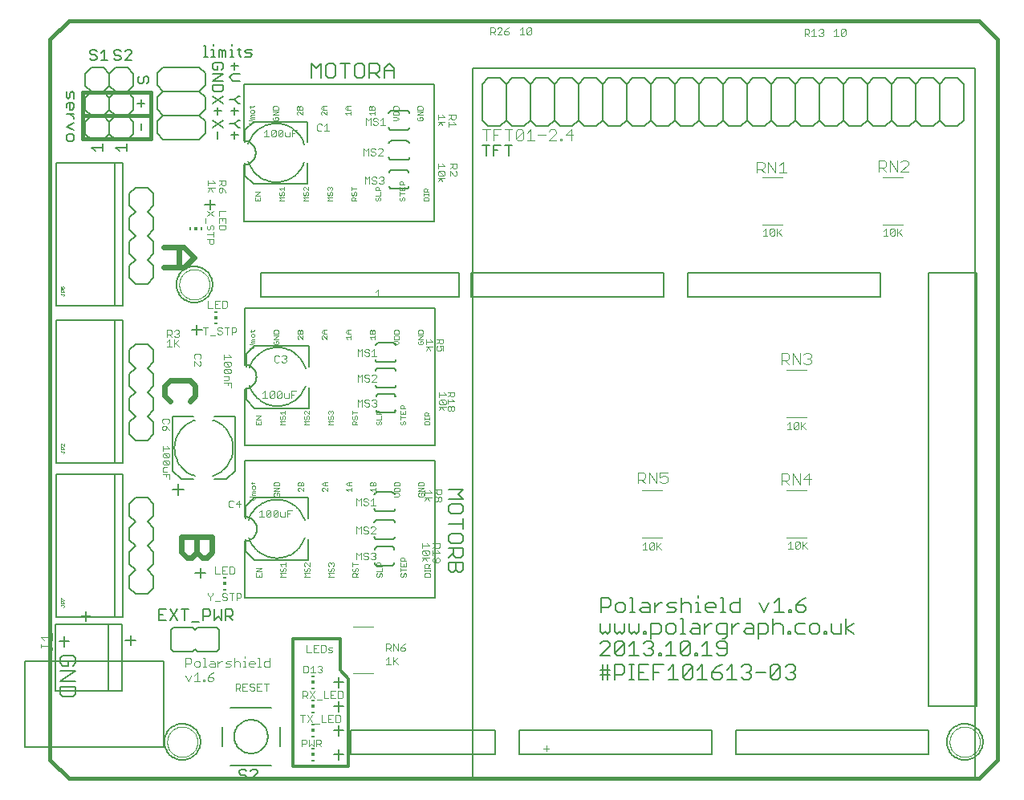
<source format=gto>
G75*
G70*
%OFA0B0*%
%FSLAX24Y24*%
%IPPOS*%
%LPD*%
%AMOC8*
5,1,8,0,0,1.08239X$1,22.5*
%
%ADD10C,0.0160*%
%ADD11C,0.0030*%
%ADD12C,0.0060*%
%ADD13C,0.0050*%
%ADD14C,0.0230*%
%ADD15C,0.0120*%
%ADD16C,0.0000*%
%ADD17R,0.0118X0.0059*%
%ADD18R,0.0118X0.0118*%
%ADD19C,0.0040*%
%ADD20C,0.0080*%
%ADD21C,0.0020*%
%ADD22C,0.0010*%
%ADD23R,0.0059X0.0118*%
D10*
X003160Y001147D02*
X003947Y000359D01*
X041743Y000359D01*
X042530Y001147D01*
X042530Y031068D01*
X041743Y031855D01*
X003947Y031855D01*
X003160Y031068D01*
X003160Y001147D01*
X004516Y026936D02*
X004516Y027920D01*
X004516Y028865D01*
X007368Y028865D01*
X007368Y027920D01*
X007368Y026936D01*
X004516Y026936D01*
X004516Y027920D02*
X007368Y027920D01*
D11*
X009725Y025194D02*
X009725Y025001D01*
X009725Y025097D02*
X010015Y025097D01*
X009918Y025194D01*
X010175Y025194D02*
X010465Y025194D01*
X010465Y025049D01*
X010417Y025001D01*
X010320Y025001D01*
X010272Y025049D01*
X010272Y025194D01*
X010272Y025097D02*
X010175Y025001D01*
X010223Y024900D02*
X010175Y024851D01*
X010175Y024754D01*
X010223Y024706D01*
X010272Y024706D01*
X010320Y024754D01*
X010320Y024900D01*
X010223Y024900D01*
X010320Y024900D02*
X010417Y024803D01*
X010465Y024706D01*
X010015Y024900D02*
X009725Y024900D01*
X009822Y024900D02*
X009725Y024754D01*
X009822Y024900D02*
X009918Y024754D01*
X009965Y023944D02*
X009675Y023751D01*
X009627Y023650D02*
X009627Y023456D01*
X009723Y023355D02*
X009675Y023307D01*
X009675Y023210D01*
X009723Y023161D01*
X009772Y023161D01*
X009820Y023210D01*
X009820Y023307D01*
X009868Y023355D01*
X009917Y023355D01*
X009965Y023307D01*
X009965Y023210D01*
X009917Y023161D01*
X009965Y023060D02*
X009965Y022867D01*
X009965Y022963D02*
X009675Y022963D01*
X009675Y022766D02*
X009965Y022766D01*
X009965Y022620D01*
X009917Y022572D01*
X009820Y022572D01*
X009772Y022620D01*
X009772Y022766D01*
X010175Y023210D02*
X010223Y023161D01*
X010417Y023161D01*
X010465Y023210D01*
X010465Y023355D01*
X010175Y023355D01*
X010175Y023210D01*
X010175Y023456D02*
X010175Y023650D01*
X010465Y023650D01*
X010465Y023456D01*
X010320Y023553D02*
X010320Y023650D01*
X010175Y023751D02*
X010175Y023944D01*
X010465Y023944D01*
X009965Y023751D02*
X009675Y023944D01*
X012050Y027027D02*
X012244Y027027D01*
X012147Y027027D02*
X012147Y027318D01*
X012050Y027221D01*
X012345Y027269D02*
X012393Y027318D01*
X012490Y027318D01*
X012538Y027269D01*
X012345Y027076D01*
X012393Y027027D01*
X012490Y027027D01*
X012538Y027076D01*
X012538Y027269D01*
X012639Y027269D02*
X012688Y027318D01*
X012785Y027318D01*
X012833Y027269D01*
X012639Y027076D01*
X012688Y027027D01*
X012785Y027027D01*
X012833Y027076D01*
X012833Y027269D01*
X012934Y027221D02*
X012934Y027076D01*
X012982Y027027D01*
X013128Y027027D01*
X013128Y027221D01*
X013229Y027173D02*
X013326Y027173D01*
X013422Y027318D02*
X013229Y027318D01*
X013229Y027027D01*
X012639Y027076D02*
X012639Y027269D01*
X012345Y027269D02*
X012345Y027076D01*
X014270Y027323D02*
X014319Y027275D01*
X014415Y027275D01*
X014464Y027323D01*
X014565Y027275D02*
X014758Y027275D01*
X014662Y027275D02*
X014662Y027565D01*
X014565Y027469D01*
X014464Y027517D02*
X014415Y027565D01*
X014319Y027565D01*
X014270Y027517D01*
X014270Y027323D01*
X016290Y027516D02*
X016290Y027806D01*
X016386Y027709D01*
X016483Y027806D01*
X016483Y027516D01*
X016584Y027564D02*
X016633Y027516D01*
X016729Y027516D01*
X016778Y027564D01*
X016778Y027612D01*
X016729Y027661D01*
X016633Y027661D01*
X016584Y027709D01*
X016584Y027757D01*
X016633Y027806D01*
X016729Y027806D01*
X016778Y027757D01*
X016879Y027709D02*
X016976Y027806D01*
X016976Y027516D01*
X017072Y027516D02*
X016879Y027516D01*
X016924Y026540D02*
X016827Y026540D01*
X016779Y026492D01*
X016678Y026492D02*
X016629Y026540D01*
X016533Y026540D01*
X016484Y026492D01*
X016484Y026443D01*
X016533Y026395D01*
X016629Y026395D01*
X016678Y026347D01*
X016678Y026298D01*
X016629Y026250D01*
X016533Y026250D01*
X016484Y026298D01*
X016383Y026250D02*
X016383Y026540D01*
X016286Y026443D01*
X016190Y026540D01*
X016190Y026250D01*
X016779Y026250D02*
X016972Y026443D01*
X016972Y026492D01*
X016924Y026540D01*
X016972Y026250D02*
X016779Y026250D01*
X016877Y025364D02*
X016829Y025315D01*
X016877Y025364D02*
X016974Y025364D01*
X017022Y025315D01*
X017022Y025267D01*
X016974Y025219D01*
X017022Y025170D01*
X017022Y025122D01*
X016974Y025073D01*
X016877Y025073D01*
X016829Y025122D01*
X016728Y025122D02*
X016679Y025073D01*
X016583Y025073D01*
X016534Y025122D01*
X016583Y025219D02*
X016679Y025219D01*
X016728Y025170D01*
X016728Y025122D01*
X016583Y025219D02*
X016534Y025267D01*
X016534Y025315D01*
X016583Y025364D01*
X016679Y025364D01*
X016728Y025315D01*
X016926Y025219D02*
X016974Y025219D01*
X016433Y025364D02*
X016433Y025073D01*
X016240Y025073D02*
X016240Y025364D01*
X016336Y025267D01*
X016433Y025364D01*
X019275Y025305D02*
X019565Y025305D01*
X019517Y025406D02*
X019323Y025600D01*
X019275Y025551D01*
X019275Y025454D01*
X019323Y025406D01*
X019517Y025406D01*
X019565Y025454D01*
X019565Y025551D01*
X019517Y025600D01*
X019323Y025600D01*
X019275Y025701D02*
X019275Y025894D01*
X019275Y025797D02*
X019565Y025797D01*
X019468Y025894D01*
X019775Y025894D02*
X020065Y025894D01*
X020065Y025749D01*
X020017Y025701D01*
X019920Y025701D01*
X019872Y025749D01*
X019872Y025894D01*
X019872Y025797D02*
X019775Y025701D01*
X019775Y025600D02*
X019968Y025406D01*
X020017Y025406D01*
X020065Y025454D01*
X020065Y025551D01*
X020017Y025600D01*
X019775Y025600D02*
X019775Y025406D01*
X019468Y025160D02*
X019372Y025305D01*
X019275Y025160D01*
X019725Y027456D02*
X019725Y027650D01*
X019725Y027553D02*
X020015Y027553D01*
X019918Y027650D01*
X019870Y027751D02*
X019822Y027799D01*
X019822Y027944D01*
X019822Y027847D02*
X019725Y027751D01*
X019870Y027751D02*
X019967Y027751D01*
X020015Y027799D01*
X020015Y027944D01*
X019725Y027944D01*
X019565Y027847D02*
X019275Y027847D01*
X019275Y027751D02*
X019275Y027944D01*
X019468Y027944D02*
X019565Y027847D01*
X019565Y027650D02*
X019275Y027650D01*
X019372Y027650D02*
X019468Y027504D01*
X019372Y027650D02*
X019275Y027504D01*
X021445Y031271D02*
X021445Y031561D01*
X021591Y031561D01*
X021639Y031513D01*
X021639Y031416D01*
X021591Y031367D01*
X021445Y031367D01*
X021542Y031367D02*
X021639Y031271D01*
X021740Y031271D02*
X021934Y031464D01*
X021934Y031513D01*
X021885Y031561D01*
X021788Y031561D01*
X021740Y031513D01*
X021740Y031271D02*
X021934Y031271D01*
X022035Y031319D02*
X022083Y031271D01*
X022180Y031271D01*
X022228Y031319D01*
X022228Y031367D01*
X022180Y031416D01*
X022035Y031416D01*
X022035Y031319D01*
X022035Y031416D02*
X022132Y031513D01*
X022228Y031561D01*
X022675Y031468D02*
X022772Y031564D01*
X022772Y031274D01*
X022868Y031274D02*
X022675Y031274D01*
X022970Y031323D02*
X023163Y031516D01*
X023163Y031323D01*
X023115Y031274D01*
X023018Y031274D01*
X022970Y031323D01*
X022970Y031516D01*
X023018Y031564D01*
X023115Y031564D01*
X023163Y031516D01*
X034506Y031492D02*
X034506Y031202D01*
X034506Y031299D02*
X034651Y031299D01*
X034700Y031347D01*
X034700Y031444D01*
X034651Y031492D01*
X034506Y031492D01*
X034603Y031299D02*
X034700Y031202D01*
X034801Y031202D02*
X034994Y031202D01*
X034898Y031202D02*
X034898Y031492D01*
X034801Y031396D01*
X035095Y031444D02*
X035144Y031492D01*
X035241Y031492D01*
X035289Y031444D01*
X035289Y031396D01*
X035241Y031347D01*
X035289Y031299D01*
X035289Y031251D01*
X035241Y031202D01*
X035144Y031202D01*
X035095Y031251D01*
X035192Y031347D02*
X035241Y031347D01*
X035725Y031418D02*
X035822Y031514D01*
X035822Y031224D01*
X035918Y031224D02*
X035725Y031224D01*
X036020Y031273D02*
X036213Y031466D01*
X036213Y031273D01*
X036165Y031224D01*
X036068Y031224D01*
X036020Y031273D01*
X036020Y031466D01*
X036068Y031514D01*
X036165Y031514D01*
X036213Y031466D01*
X037872Y023214D02*
X037872Y022924D01*
X037968Y022924D02*
X037775Y022924D01*
X037775Y023118D02*
X037872Y023214D01*
X038070Y023166D02*
X038118Y023214D01*
X038215Y023214D01*
X038263Y023166D01*
X038070Y022973D01*
X038118Y022924D01*
X038215Y022924D01*
X038263Y022973D01*
X038263Y023166D01*
X038364Y023214D02*
X038364Y022924D01*
X038364Y023021D02*
X038558Y023214D01*
X038413Y023069D02*
X038558Y022924D01*
X038070Y022973D02*
X038070Y023166D01*
X033558Y023214D02*
X033364Y023021D01*
X033413Y023069D02*
X033558Y022924D01*
X033364Y022924D02*
X033364Y023214D01*
X033263Y023166D02*
X033070Y022973D01*
X033118Y022924D01*
X033215Y022924D01*
X033263Y022973D01*
X033263Y023166D01*
X033215Y023214D01*
X033118Y023214D01*
X033070Y023166D01*
X033070Y022973D01*
X032968Y022924D02*
X032775Y022924D01*
X032872Y022924D02*
X032872Y023214D01*
X032775Y023118D01*
X033872Y015164D02*
X033872Y014874D01*
X033968Y014874D02*
X033775Y014874D01*
X033775Y015068D02*
X033872Y015164D01*
X034070Y015116D02*
X034118Y015164D01*
X034215Y015164D01*
X034263Y015116D01*
X034070Y014923D01*
X034118Y014874D01*
X034215Y014874D01*
X034263Y014923D01*
X034263Y015116D01*
X034364Y015164D02*
X034364Y014874D01*
X034364Y014971D02*
X034558Y015164D01*
X034413Y015019D02*
X034558Y014874D01*
X034070Y014923D02*
X034070Y015116D01*
X034168Y010214D02*
X034120Y010166D01*
X034120Y009973D01*
X034313Y010166D01*
X034313Y009973D01*
X034265Y009924D01*
X034168Y009924D01*
X034120Y009973D01*
X034018Y009924D02*
X033825Y009924D01*
X033922Y009924D02*
X033922Y010214D01*
X033825Y010118D01*
X034168Y010214D02*
X034265Y010214D01*
X034313Y010166D01*
X034414Y010214D02*
X034414Y009924D01*
X034414Y010021D02*
X034608Y010214D01*
X034463Y010069D02*
X034608Y009924D01*
X028558Y009874D02*
X028413Y010019D01*
X028364Y009971D02*
X028558Y010164D01*
X028364Y010164D02*
X028364Y009874D01*
X028263Y009923D02*
X028215Y009874D01*
X028118Y009874D01*
X028070Y009923D01*
X028263Y010116D01*
X028263Y009923D01*
X028263Y010116D02*
X028215Y010164D01*
X028118Y010164D01*
X028070Y010116D01*
X028070Y009923D01*
X027968Y009874D02*
X027775Y009874D01*
X027872Y009874D02*
X027872Y010164D01*
X027775Y010068D01*
X019965Y015685D02*
X019917Y015636D01*
X019868Y015636D01*
X019820Y015685D01*
X019820Y015782D01*
X019868Y015830D01*
X019917Y015830D01*
X019965Y015782D01*
X019965Y015685D01*
X019820Y015685D02*
X019772Y015636D01*
X019723Y015636D01*
X019675Y015685D01*
X019675Y015782D01*
X019723Y015830D01*
X019772Y015830D01*
X019820Y015782D01*
X019615Y015805D02*
X019325Y015805D01*
X019422Y015805D02*
X019518Y015660D01*
X019422Y015805D02*
X019325Y015660D01*
X019373Y015906D02*
X019325Y015954D01*
X019325Y016051D01*
X019373Y016100D01*
X019567Y015906D01*
X019373Y015906D01*
X019373Y016100D02*
X019567Y016100D01*
X019615Y016051D01*
X019615Y015954D01*
X019567Y015906D01*
X019675Y015931D02*
X019675Y016125D01*
X019675Y016028D02*
X019965Y016028D01*
X019868Y016125D01*
X019820Y016226D02*
X019772Y016274D01*
X019772Y016419D01*
X019772Y016322D02*
X019675Y016226D01*
X019615Y016297D02*
X019325Y016297D01*
X019325Y016201D02*
X019325Y016394D01*
X019518Y016394D02*
X019615Y016297D01*
X019675Y016419D02*
X019965Y016419D01*
X019965Y016274D01*
X019917Y016226D01*
X019820Y016226D01*
X019503Y018133D02*
X019503Y018326D01*
X019358Y018326D01*
X019406Y018230D01*
X019406Y018181D01*
X019358Y018133D01*
X019261Y018133D01*
X019213Y018181D01*
X019213Y018278D01*
X019261Y018326D01*
X019213Y018428D02*
X019309Y018524D01*
X019309Y018476D02*
X019309Y018621D01*
X019213Y018621D02*
X019503Y018621D01*
X019503Y018476D01*
X019454Y018428D01*
X019358Y018428D01*
X019309Y018476D01*
X019065Y018497D02*
X018775Y018497D01*
X018775Y018401D02*
X018775Y018594D01*
X018968Y018594D02*
X019065Y018497D01*
X019065Y018300D02*
X018775Y018300D01*
X018872Y018300D02*
X018968Y018154D01*
X018872Y018300D02*
X018775Y018154D01*
X016722Y017916D02*
X016529Y017916D01*
X016626Y017916D02*
X016626Y018206D01*
X016529Y018109D01*
X016428Y018157D02*
X016379Y018206D01*
X016283Y018206D01*
X016234Y018157D01*
X016234Y018109D01*
X016283Y018061D01*
X016379Y018061D01*
X016428Y018012D01*
X016428Y017964D01*
X016379Y017916D01*
X016283Y017916D01*
X016234Y017964D01*
X016133Y017916D02*
X016133Y018206D01*
X016036Y018109D01*
X015940Y018206D01*
X015940Y017916D01*
X015940Y017140D02*
X016036Y017043D01*
X016133Y017140D01*
X016133Y016850D01*
X016234Y016898D02*
X016283Y016850D01*
X016379Y016850D01*
X016428Y016898D01*
X016428Y016947D01*
X016379Y016995D01*
X016283Y016995D01*
X016234Y017043D01*
X016234Y017092D01*
X016283Y017140D01*
X016379Y017140D01*
X016428Y017092D01*
X016529Y017092D02*
X016577Y017140D01*
X016674Y017140D01*
X016722Y017092D01*
X016722Y017043D01*
X016529Y016850D01*
X016722Y016850D01*
X016674Y016114D02*
X016722Y016065D01*
X016722Y016017D01*
X016674Y015969D01*
X016722Y015920D01*
X016722Y015872D01*
X016674Y015823D01*
X016577Y015823D01*
X016529Y015872D01*
X016428Y015872D02*
X016379Y015823D01*
X016283Y015823D01*
X016234Y015872D01*
X016283Y015969D02*
X016379Y015969D01*
X016428Y015920D01*
X016428Y015872D01*
X016283Y015969D02*
X016234Y016017D01*
X016234Y016065D01*
X016283Y016114D01*
X016379Y016114D01*
X016428Y016065D01*
X016529Y016065D02*
X016577Y016114D01*
X016674Y016114D01*
X016674Y015969D02*
X016626Y015969D01*
X016133Y016114D02*
X016133Y015823D01*
X015940Y015823D02*
X015940Y016114D01*
X016036Y016017D01*
X016133Y016114D01*
X015940Y016850D02*
X015940Y017140D01*
X013372Y016465D02*
X013178Y016465D01*
X013178Y016174D01*
X013077Y016174D02*
X013077Y016368D01*
X013178Y016319D02*
X013275Y016319D01*
X013077Y016174D02*
X012932Y016174D01*
X012884Y016223D01*
X012884Y016368D01*
X012783Y016416D02*
X012589Y016223D01*
X012637Y016174D01*
X012734Y016174D01*
X012783Y016223D01*
X012783Y016416D01*
X012734Y016465D01*
X012637Y016465D01*
X012589Y016416D01*
X012589Y016223D01*
X012488Y016223D02*
X012440Y016174D01*
X012343Y016174D01*
X012294Y016223D01*
X012488Y016416D01*
X012488Y016223D01*
X012488Y016416D02*
X012440Y016465D01*
X012343Y016465D01*
X012294Y016416D01*
X012294Y016223D01*
X012193Y016174D02*
X012000Y016174D01*
X012097Y016174D02*
X012097Y016465D01*
X012000Y016368D01*
X010685Y016603D02*
X010685Y016796D01*
X010394Y016796D01*
X010394Y016897D02*
X010539Y016897D01*
X010588Y016946D01*
X010588Y017091D01*
X010394Y017091D01*
X010443Y017192D02*
X010394Y017240D01*
X010394Y017337D01*
X010443Y017385D01*
X010636Y017192D01*
X010443Y017192D01*
X010636Y017192D02*
X010685Y017240D01*
X010685Y017337D01*
X010636Y017385D01*
X010443Y017385D01*
X010443Y017487D02*
X010394Y017535D01*
X010394Y017632D01*
X010443Y017680D01*
X010636Y017487D01*
X010443Y017487D01*
X010443Y017680D02*
X010636Y017680D01*
X010685Y017632D01*
X010685Y017535D01*
X010636Y017487D01*
X010394Y017781D02*
X010394Y017975D01*
X010394Y017878D02*
X010685Y017878D01*
X010588Y017975D01*
X010506Y018824D02*
X010506Y019114D01*
X010602Y019114D02*
X010409Y019114D01*
X010308Y019066D02*
X010259Y019114D01*
X010163Y019114D01*
X010114Y019066D01*
X010114Y019018D01*
X010163Y018969D01*
X010259Y018969D01*
X010308Y018921D01*
X010308Y018873D01*
X010259Y018824D01*
X010163Y018824D01*
X010114Y018873D01*
X010013Y018776D02*
X009820Y018776D01*
X009622Y018824D02*
X009622Y019114D01*
X009718Y019114D02*
X009525Y019114D01*
X008524Y018946D02*
X008524Y018898D01*
X008475Y018849D01*
X008524Y018801D01*
X008524Y018753D01*
X008475Y018704D01*
X008379Y018704D01*
X008330Y018753D01*
X008229Y018704D02*
X008132Y018801D01*
X008181Y018801D02*
X008036Y018801D01*
X008036Y018704D02*
X008036Y018994D01*
X008181Y018994D01*
X008229Y018946D01*
X008229Y018849D01*
X008181Y018801D01*
X008330Y018946D02*
X008379Y018994D01*
X008475Y018994D01*
X008524Y018946D01*
X008475Y018849D02*
X008427Y018849D01*
X008330Y018594D02*
X008330Y018304D01*
X008330Y018401D02*
X008524Y018594D01*
X008379Y018449D02*
X008524Y018304D01*
X008229Y018304D02*
X008036Y018304D01*
X008132Y018304D02*
X008132Y018594D01*
X008036Y018498D01*
X009144Y017951D02*
X009144Y017855D01*
X009193Y017806D01*
X009144Y017705D02*
X009338Y017512D01*
X009386Y017512D01*
X009435Y017560D01*
X009435Y017657D01*
X009386Y017705D01*
X009386Y017806D02*
X009435Y017855D01*
X009435Y017951D01*
X009386Y018000D01*
X009193Y018000D01*
X009144Y017951D01*
X009144Y017705D02*
X009144Y017512D01*
X010539Y016796D02*
X010539Y016699D01*
X012490Y017699D02*
X012538Y017650D01*
X012635Y017650D01*
X012683Y017699D01*
X012785Y017699D02*
X012833Y017650D01*
X012930Y017650D01*
X012978Y017699D01*
X012978Y017747D01*
X012930Y017795D01*
X012881Y017795D01*
X012930Y017795D02*
X012978Y017844D01*
X012978Y017892D01*
X012930Y017940D01*
X012833Y017940D01*
X012785Y017892D01*
X012683Y017892D02*
X012635Y017940D01*
X012538Y017940D01*
X012490Y017892D01*
X012490Y017699D01*
X010897Y018969D02*
X010849Y018921D01*
X010704Y018921D01*
X010704Y018824D02*
X010704Y019114D01*
X010849Y019114D01*
X010897Y019066D01*
X010897Y018969D01*
X010459Y019924D02*
X010508Y019973D01*
X010508Y020166D01*
X010459Y020214D01*
X010314Y020214D01*
X010314Y019924D01*
X010459Y019924D01*
X010213Y019924D02*
X010020Y019924D01*
X010020Y020214D01*
X010213Y020214D01*
X010116Y020069D02*
X010020Y020069D01*
X009918Y019924D02*
X009725Y019924D01*
X009725Y020214D01*
X008069Y015316D02*
X007876Y015316D01*
X007827Y015268D01*
X007827Y015171D01*
X007876Y015123D01*
X007876Y015022D02*
X007827Y014973D01*
X007827Y014877D01*
X007876Y014828D01*
X007924Y014828D01*
X007973Y014877D01*
X007973Y015022D01*
X007876Y015022D01*
X007973Y015022D02*
X008069Y014925D01*
X008118Y014828D01*
X008069Y015123D02*
X008118Y015171D01*
X008118Y015268D01*
X008069Y015316D01*
X008036Y014180D02*
X008133Y014084D01*
X007843Y014084D01*
X007843Y014180D02*
X007843Y013987D01*
X007891Y013886D02*
X008084Y013692D01*
X007891Y013692D01*
X007843Y013741D01*
X007843Y013837D01*
X007891Y013886D01*
X008084Y013886D01*
X008133Y013837D01*
X008133Y013741D01*
X008084Y013692D01*
X008084Y013591D02*
X007891Y013591D01*
X008084Y013398D01*
X007891Y013398D01*
X007843Y013446D01*
X007843Y013543D01*
X007891Y013591D01*
X008084Y013591D02*
X008133Y013543D01*
X008133Y013446D01*
X008084Y013398D01*
X008036Y013296D02*
X007891Y013296D01*
X007843Y013248D01*
X007843Y013103D01*
X008036Y013103D01*
X007988Y013002D02*
X007988Y012905D01*
X008133Y013002D02*
X008133Y012808D01*
X008133Y013002D02*
X007843Y013002D01*
X010593Y011873D02*
X010593Y011680D01*
X010641Y011631D01*
X010738Y011631D01*
X010786Y011680D01*
X010887Y011776D02*
X011081Y011776D01*
X011033Y011631D02*
X011033Y011921D01*
X010887Y011776D01*
X010786Y011873D02*
X010738Y011921D01*
X010641Y011921D01*
X010593Y011873D01*
X011848Y011427D02*
X011944Y011524D01*
X011944Y011234D01*
X011848Y011234D02*
X012041Y011234D01*
X012142Y011282D02*
X012336Y011475D01*
X012336Y011282D01*
X012287Y011234D01*
X012191Y011234D01*
X012142Y011282D01*
X012142Y011475D01*
X012191Y011524D01*
X012287Y011524D01*
X012336Y011475D01*
X012437Y011475D02*
X012437Y011282D01*
X012630Y011475D01*
X012630Y011282D01*
X012582Y011234D01*
X012485Y011234D01*
X012437Y011282D01*
X012437Y011475D02*
X012485Y011524D01*
X012582Y011524D01*
X012630Y011475D01*
X012732Y011427D02*
X012732Y011282D01*
X012780Y011234D01*
X012925Y011234D01*
X012925Y011427D01*
X013026Y011379D02*
X013123Y011379D01*
X013026Y011524D02*
X013220Y011524D01*
X013026Y011524D02*
X013026Y011234D01*
X015889Y010829D02*
X015889Y010539D01*
X016082Y010539D02*
X016082Y010829D01*
X015986Y010733D01*
X015889Y010829D01*
X016183Y010781D02*
X016183Y010733D01*
X016232Y010684D01*
X016329Y010684D01*
X016377Y010636D01*
X016377Y010588D01*
X016329Y010539D01*
X016232Y010539D01*
X016183Y010588D01*
X016183Y010781D02*
X016232Y010829D01*
X016329Y010829D01*
X016377Y010781D01*
X016478Y010781D02*
X016526Y010829D01*
X016623Y010829D01*
X016672Y010781D01*
X016672Y010733D01*
X016478Y010539D01*
X016672Y010539D01*
X016623Y009753D02*
X016672Y009705D01*
X016672Y009656D01*
X016623Y009608D01*
X016672Y009560D01*
X016672Y009511D01*
X016623Y009463D01*
X016526Y009463D01*
X016478Y009511D01*
X016377Y009511D02*
X016329Y009463D01*
X016232Y009463D01*
X016183Y009511D01*
X016232Y009608D02*
X016329Y009608D01*
X016377Y009560D01*
X016377Y009511D01*
X016232Y009608D02*
X016183Y009656D01*
X016183Y009705D01*
X016232Y009753D01*
X016329Y009753D01*
X016377Y009705D01*
X016478Y009705D02*
X016526Y009753D01*
X016623Y009753D01*
X016623Y009608D02*
X016575Y009608D01*
X016082Y009753D02*
X016082Y009463D01*
X015889Y009463D02*
X015889Y009753D01*
X015986Y009656D01*
X016082Y009753D01*
X018625Y009704D02*
X018625Y009801D01*
X018673Y009850D01*
X018867Y009656D01*
X018673Y009656D01*
X018625Y009704D01*
X018625Y009555D02*
X018915Y009555D01*
X018867Y009656D02*
X018915Y009704D01*
X018915Y009801D01*
X018867Y009850D01*
X018673Y009850D01*
X018625Y009951D02*
X018625Y010144D01*
X018625Y010047D02*
X018915Y010047D01*
X018818Y010144D01*
X019058Y010126D02*
X019349Y010126D01*
X019349Y009981D01*
X019300Y009933D01*
X019203Y009933D01*
X019155Y009981D01*
X019155Y010126D01*
X019155Y010030D02*
X019058Y009933D01*
X019058Y009832D02*
X019058Y009638D01*
X019058Y009735D02*
X019349Y009735D01*
X019252Y009832D01*
X019252Y009537D02*
X019203Y009489D01*
X019203Y009344D01*
X019107Y009344D02*
X019300Y009344D01*
X019349Y009392D01*
X019349Y009489D01*
X019300Y009537D01*
X019252Y009537D01*
X019107Y009537D02*
X019058Y009489D01*
X019058Y009392D01*
X019107Y009344D01*
X018818Y009410D02*
X018722Y009555D01*
X018625Y009410D01*
X018725Y011904D02*
X018822Y012050D01*
X018918Y011904D01*
X019015Y012050D02*
X018725Y012050D01*
X018725Y012151D02*
X018725Y012344D01*
X018725Y012247D02*
X019015Y012247D01*
X018918Y012344D01*
X019131Y012360D02*
X019422Y012360D01*
X019422Y012215D01*
X019373Y012167D01*
X019277Y012167D01*
X019228Y012215D01*
X019228Y012360D01*
X019228Y012264D02*
X019131Y012167D01*
X019180Y012066D02*
X019228Y012066D01*
X019277Y012017D01*
X019277Y011921D01*
X019228Y011872D01*
X019180Y011872D01*
X019131Y011921D01*
X019131Y012017D01*
X019180Y012066D01*
X019277Y012017D02*
X019325Y012066D01*
X019373Y012066D01*
X019422Y012017D01*
X019422Y011921D01*
X019373Y011872D01*
X019325Y011872D01*
X019277Y011921D01*
X016672Y011716D02*
X016478Y011716D01*
X016575Y011716D02*
X016575Y012006D01*
X016478Y011909D01*
X016377Y011957D02*
X016329Y012006D01*
X016232Y012006D01*
X016183Y011957D01*
X016183Y011909D01*
X016232Y011861D01*
X016329Y011861D01*
X016377Y011812D01*
X016377Y011764D01*
X016329Y011716D01*
X016232Y011716D01*
X016183Y011764D01*
X016082Y011716D02*
X016082Y012006D01*
X015986Y011909D01*
X015889Y012006D01*
X015889Y011716D01*
X010808Y009116D02*
X010808Y008923D01*
X010759Y008874D01*
X010614Y008874D01*
X010614Y009164D01*
X010759Y009164D01*
X010808Y009116D01*
X010513Y009164D02*
X010320Y009164D01*
X010320Y008874D01*
X010513Y008874D01*
X010416Y009019D02*
X010320Y009019D01*
X010218Y008874D02*
X010025Y008874D01*
X010025Y009164D01*
X009918Y008064D02*
X009918Y008016D01*
X009822Y007919D01*
X009822Y007774D01*
X009822Y007919D02*
X009725Y008016D01*
X009725Y008064D01*
X010020Y007726D02*
X010213Y007726D01*
X010314Y007823D02*
X010363Y007774D01*
X010459Y007774D01*
X010508Y007823D01*
X010508Y007871D01*
X010459Y007919D01*
X010363Y007919D01*
X010314Y007968D01*
X010314Y008016D01*
X010363Y008064D01*
X010459Y008064D01*
X010508Y008016D01*
X010609Y008064D02*
X010802Y008064D01*
X010706Y008064D02*
X010706Y007774D01*
X010904Y007774D02*
X010904Y008064D01*
X011049Y008064D01*
X011097Y008016D01*
X011097Y007919D01*
X011049Y007871D01*
X010904Y007871D01*
X013825Y005914D02*
X013825Y005624D01*
X014018Y005624D01*
X014120Y005624D02*
X014313Y005624D01*
X014414Y005624D02*
X014559Y005624D01*
X014608Y005673D01*
X014608Y005866D01*
X014559Y005914D01*
X014414Y005914D01*
X014414Y005624D01*
X014216Y005769D02*
X014120Y005769D01*
X014120Y005914D02*
X014120Y005624D01*
X014120Y005914D02*
X014313Y005914D01*
X014709Y005769D02*
X014757Y005818D01*
X014902Y005818D01*
X014854Y005721D02*
X014757Y005721D01*
X014709Y005769D01*
X014709Y005624D02*
X014854Y005624D01*
X014902Y005673D01*
X014854Y005721D01*
X014836Y003994D02*
X014836Y003704D01*
X015029Y003704D01*
X015130Y003704D02*
X015130Y003994D01*
X015275Y003994D01*
X015324Y003946D01*
X015324Y003753D01*
X015275Y003704D01*
X015130Y003704D01*
X014932Y003849D02*
X014836Y003849D01*
X014836Y003994D02*
X015029Y003994D01*
X014735Y003704D02*
X014541Y003704D01*
X014541Y003994D01*
X014440Y003656D02*
X014246Y003656D01*
X014145Y003704D02*
X013952Y003994D01*
X013851Y003946D02*
X013851Y003849D01*
X013802Y003801D01*
X013657Y003801D01*
X013657Y003704D02*
X013657Y003994D01*
X013802Y003994D01*
X013851Y003946D01*
X013754Y003801D02*
X013851Y003704D01*
X013952Y003704D02*
X014145Y003994D01*
X014045Y002994D02*
X013852Y002704D01*
X014045Y002704D02*
X013852Y002994D01*
X013751Y002994D02*
X013557Y002994D01*
X013654Y002994D02*
X013654Y002704D01*
X014146Y002656D02*
X014340Y002656D01*
X014441Y002704D02*
X014635Y002704D01*
X014736Y002704D02*
X014929Y002704D01*
X015030Y002704D02*
X015175Y002704D01*
X015224Y002753D01*
X015224Y002946D01*
X015175Y002994D01*
X015030Y002994D01*
X015030Y002704D01*
X014832Y002849D02*
X014736Y002849D01*
X014736Y002994D02*
X014736Y002704D01*
X014736Y002994D02*
X014929Y002994D01*
X014441Y002994D02*
X014441Y002704D01*
X014366Y001986D02*
X014414Y001938D01*
X014414Y001841D01*
X014366Y001793D01*
X014221Y001793D01*
X014317Y001793D02*
X014414Y001696D01*
X014221Y001696D02*
X014221Y001986D01*
X014366Y001986D01*
X014119Y001986D02*
X014119Y001696D01*
X014023Y001793D01*
X013926Y001696D01*
X013926Y001986D01*
X013825Y001938D02*
X013776Y001986D01*
X013631Y001986D01*
X013631Y001696D01*
X013631Y001793D02*
X013776Y001793D01*
X013825Y001841D01*
X013825Y001938D01*
X012150Y004024D02*
X012150Y004314D01*
X012054Y004314D02*
X012247Y004314D01*
X011952Y004314D02*
X011759Y004314D01*
X011759Y004024D01*
X011952Y004024D01*
X011856Y004169D02*
X011759Y004169D01*
X011658Y004121D02*
X011658Y004073D01*
X011609Y004024D01*
X011513Y004024D01*
X011464Y004073D01*
X011513Y004169D02*
X011609Y004169D01*
X011658Y004121D01*
X011658Y004266D02*
X011609Y004314D01*
X011513Y004314D01*
X011464Y004266D01*
X011464Y004218D01*
X011513Y004169D01*
X011363Y004024D02*
X011170Y004024D01*
X011170Y004314D01*
X011363Y004314D01*
X011266Y004169D02*
X011170Y004169D01*
X011068Y004169D02*
X011068Y004266D01*
X011020Y004314D01*
X010875Y004314D01*
X010875Y004024D01*
X010875Y004121D02*
X011020Y004121D01*
X011068Y004169D01*
X010972Y004121D02*
X011068Y004024D01*
X009953Y004467D02*
X009953Y004529D01*
X009892Y004591D01*
X009706Y004591D01*
X009706Y004467D01*
X009768Y004406D01*
X009892Y004406D01*
X009953Y004467D01*
X009830Y004714D02*
X009706Y004591D01*
X009584Y004467D02*
X009584Y004406D01*
X009522Y004406D01*
X009522Y004467D01*
X009584Y004467D01*
X009401Y004406D02*
X009154Y004406D01*
X009277Y004406D02*
X009277Y004776D01*
X009154Y004653D01*
X009033Y004653D02*
X008909Y004406D01*
X008786Y004653D01*
X008786Y005006D02*
X008786Y005376D01*
X008971Y005376D01*
X009033Y005314D01*
X009033Y005191D01*
X008971Y005129D01*
X008786Y005129D01*
X009154Y005067D02*
X009216Y005006D01*
X009339Y005006D01*
X009401Y005067D01*
X009401Y005191D01*
X009339Y005253D01*
X009216Y005253D01*
X009154Y005191D01*
X009154Y005067D01*
X009522Y005006D02*
X009646Y005006D01*
X009584Y005006D02*
X009584Y005376D01*
X009522Y005376D01*
X009830Y005253D02*
X009953Y005253D01*
X010015Y005191D01*
X010015Y005006D01*
X009830Y005006D01*
X009768Y005067D01*
X009830Y005129D01*
X010015Y005129D01*
X010136Y005129D02*
X010260Y005253D01*
X010321Y005253D01*
X010443Y005191D02*
X010505Y005253D01*
X010690Y005253D01*
X010811Y005191D02*
X010873Y005253D01*
X010997Y005253D01*
X011058Y005191D01*
X011058Y005006D01*
X011180Y005006D02*
X011303Y005006D01*
X011241Y005006D02*
X011241Y005253D01*
X011180Y005253D01*
X011241Y005376D02*
X011241Y005438D01*
X011487Y005253D02*
X011610Y005253D01*
X011672Y005191D01*
X011672Y005129D01*
X011425Y005129D01*
X011425Y005067D02*
X011425Y005191D01*
X011487Y005253D01*
X011425Y005067D02*
X011487Y005006D01*
X011610Y005006D01*
X011794Y005006D02*
X011917Y005006D01*
X011855Y005006D02*
X011855Y005376D01*
X011794Y005376D01*
X012039Y005191D02*
X012101Y005253D01*
X012286Y005253D01*
X012286Y005376D02*
X012286Y005006D01*
X012101Y005006D01*
X012039Y005067D01*
X012039Y005191D01*
X010811Y005376D02*
X010811Y005006D01*
X010690Y005067D02*
X010628Y005129D01*
X010505Y005129D01*
X010443Y005191D01*
X010443Y005006D02*
X010628Y005006D01*
X010690Y005067D01*
X010136Y005006D02*
X010136Y005253D01*
X009953Y004776D02*
X009830Y004714D01*
X017125Y005124D02*
X017318Y005124D01*
X017222Y005124D02*
X017222Y005414D01*
X017125Y005318D01*
X017420Y005414D02*
X017420Y005124D01*
X017420Y005221D02*
X017613Y005414D01*
X017468Y005269D02*
X017613Y005124D01*
X017613Y005674D02*
X017613Y005964D01*
X017714Y005819D02*
X017859Y005819D01*
X017908Y005771D01*
X017908Y005723D01*
X017859Y005674D01*
X017763Y005674D01*
X017714Y005723D01*
X017714Y005819D01*
X017811Y005916D01*
X017908Y005964D01*
X017613Y005674D02*
X017420Y005964D01*
X017420Y005674D01*
X017318Y005674D02*
X017222Y005771D01*
X017270Y005771D02*
X017125Y005771D01*
X017125Y005674D02*
X017125Y005964D01*
X017270Y005964D01*
X017318Y005916D01*
X017318Y005819D01*
X017270Y005771D01*
X023649Y001623D02*
X023896Y001623D01*
X023772Y001746D02*
X023772Y001499D01*
X016868Y020374D02*
X016675Y020374D01*
X016772Y020374D02*
X016772Y020664D01*
X016675Y020568D01*
D12*
X019138Y019906D02*
X011238Y019906D01*
X011238Y017556D01*
X011282Y017554D01*
X011325Y017548D01*
X011367Y017539D01*
X011409Y017526D01*
X011449Y017509D01*
X011488Y017489D01*
X011525Y017466D01*
X011559Y017439D01*
X011592Y017410D01*
X011621Y017377D01*
X011648Y017343D01*
X011671Y017306D01*
X011691Y017267D01*
X011708Y017227D01*
X011721Y017185D01*
X011730Y017143D01*
X011736Y017100D01*
X011738Y017056D01*
X011736Y017012D01*
X011730Y016969D01*
X011721Y016927D01*
X011708Y016885D01*
X011691Y016845D01*
X011671Y016806D01*
X011648Y016769D01*
X011621Y016735D01*
X011592Y016702D01*
X011559Y016673D01*
X011525Y016646D01*
X011488Y016623D01*
X011449Y016603D01*
X011409Y016586D01*
X011367Y016573D01*
X011325Y016564D01*
X011282Y016558D01*
X011238Y016556D01*
X011238Y014206D01*
X019138Y014206D01*
X019138Y019906D01*
X019110Y023509D02*
X011210Y023509D01*
X011210Y025859D01*
X011254Y025861D01*
X011297Y025867D01*
X011339Y025876D01*
X011381Y025889D01*
X011421Y025906D01*
X011460Y025926D01*
X011497Y025949D01*
X011531Y025976D01*
X011564Y026005D01*
X011593Y026038D01*
X011620Y026072D01*
X011643Y026109D01*
X011663Y026148D01*
X011680Y026188D01*
X011693Y026230D01*
X011702Y026272D01*
X011708Y026315D01*
X011710Y026359D01*
X011708Y026403D01*
X011702Y026446D01*
X011693Y026488D01*
X011680Y026530D01*
X011663Y026570D01*
X011643Y026609D01*
X011620Y026646D01*
X011593Y026680D01*
X011564Y026713D01*
X011531Y026742D01*
X011497Y026769D01*
X011460Y026792D01*
X011421Y026812D01*
X011381Y026829D01*
X011339Y026842D01*
X011297Y026851D01*
X011254Y026857D01*
X011210Y026859D01*
X011210Y029209D01*
X019110Y029209D01*
X019110Y023509D01*
X021367Y027473D02*
X021117Y027723D01*
X021117Y029223D01*
X021367Y029473D01*
X021867Y029473D01*
X022117Y029223D01*
X022117Y027723D01*
X021867Y027473D01*
X021367Y027473D01*
X022117Y027723D02*
X022367Y027473D01*
X022867Y027473D01*
X023117Y027723D01*
X023117Y029223D01*
X023367Y029473D01*
X023867Y029473D01*
X024117Y029223D01*
X024117Y027723D01*
X023867Y027473D01*
X023367Y027473D01*
X023117Y027723D01*
X024117Y027723D02*
X024367Y027473D01*
X024867Y027473D01*
X025117Y027723D01*
X025117Y029223D01*
X025367Y029473D01*
X025867Y029473D01*
X026117Y029223D01*
X026117Y027723D01*
X025867Y027473D01*
X025367Y027473D01*
X025117Y027723D01*
X026117Y027723D02*
X026367Y027473D01*
X026867Y027473D01*
X027117Y027723D01*
X027117Y029223D01*
X027367Y029473D01*
X027867Y029473D01*
X028117Y029223D01*
X028117Y027723D01*
X027867Y027473D01*
X027367Y027473D01*
X027117Y027723D01*
X028117Y027723D02*
X028367Y027473D01*
X028867Y027473D01*
X029117Y027723D01*
X029117Y029223D01*
X029367Y029473D01*
X029867Y029473D01*
X030117Y029223D01*
X030117Y027723D01*
X029867Y027473D01*
X029367Y027473D01*
X029117Y027723D01*
X030117Y027723D02*
X030367Y027473D01*
X030867Y027473D01*
X031117Y027723D01*
X031117Y029223D01*
X031367Y029473D01*
X031867Y029473D01*
X032117Y029223D01*
X032117Y027723D01*
X031867Y027473D01*
X031367Y027473D01*
X031117Y027723D01*
X032117Y027723D02*
X032367Y027473D01*
X032867Y027473D01*
X033117Y027723D01*
X033117Y029223D01*
X033367Y029473D01*
X033867Y029473D01*
X034117Y029223D01*
X034117Y027723D01*
X033867Y027473D01*
X033367Y027473D01*
X033117Y027723D01*
X034117Y027723D02*
X034367Y027473D01*
X034867Y027473D01*
X035117Y027723D01*
X035117Y029223D01*
X034867Y029473D01*
X034367Y029473D01*
X034117Y029223D01*
X033117Y029223D02*
X032867Y029473D01*
X032367Y029473D01*
X032117Y029223D01*
X031117Y029223D02*
X030867Y029473D01*
X030367Y029473D01*
X030117Y029223D01*
X029117Y029223D02*
X028867Y029473D01*
X028367Y029473D01*
X028117Y029223D01*
X027117Y029223D02*
X026867Y029473D01*
X026367Y029473D01*
X026117Y029223D01*
X025117Y029223D02*
X024867Y029473D01*
X024367Y029473D01*
X024117Y029223D01*
X023117Y029223D02*
X022867Y029473D01*
X022367Y029473D01*
X022117Y029223D01*
X011544Y030428D02*
X011471Y030501D01*
X011324Y030501D01*
X011251Y030575D01*
X011324Y030648D01*
X011544Y030648D01*
X011544Y030428D02*
X011471Y030355D01*
X011251Y030355D01*
X011090Y030355D02*
X011017Y030428D01*
X011017Y030722D01*
X010944Y030648D02*
X011090Y030648D01*
X010710Y030648D02*
X010710Y030355D01*
X010637Y030355D02*
X010783Y030355D01*
X010826Y030107D02*
X010826Y029813D01*
X010752Y029646D02*
X010605Y029500D01*
X010752Y029353D01*
X011046Y029353D01*
X011046Y029646D02*
X010752Y029646D01*
X010679Y029960D02*
X010972Y029960D01*
X010346Y029887D02*
X010346Y030033D01*
X010272Y030107D01*
X009979Y030107D01*
X009905Y030033D01*
X009905Y029887D01*
X009979Y029813D01*
X010126Y029813D01*
X010126Y029960D01*
X010272Y029813D02*
X010346Y029887D01*
X010346Y029646D02*
X009905Y029353D01*
X010346Y029353D01*
X010346Y029186D02*
X009905Y029186D01*
X009905Y028966D01*
X009979Y028892D01*
X010272Y028892D01*
X010346Y028966D01*
X010346Y029186D01*
X010346Y028707D02*
X009905Y028413D01*
X010126Y028246D02*
X010126Y027953D01*
X010272Y028100D02*
X009979Y028100D01*
X009610Y028159D02*
X009360Y027909D01*
X009610Y027659D01*
X009610Y027159D01*
X009360Y026909D01*
X007860Y026909D01*
X007610Y027159D01*
X007610Y027659D01*
X007860Y027909D01*
X009360Y027909D01*
X009610Y028159D02*
X009610Y028659D01*
X009360Y028909D01*
X007860Y028909D01*
X007610Y028659D01*
X007610Y028159D01*
X007860Y027909D01*
X007096Y028412D02*
X006802Y028412D01*
X006949Y028559D02*
X006949Y028266D01*
X006626Y028156D02*
X006376Y027906D01*
X006626Y027656D01*
X006626Y027156D01*
X006376Y026906D01*
X005876Y026906D01*
X005626Y027156D01*
X005626Y027656D01*
X005876Y027906D01*
X005626Y028156D01*
X005626Y028656D01*
X005876Y028906D01*
X005626Y029156D01*
X005626Y029656D01*
X005876Y029906D01*
X006376Y029906D01*
X006626Y029656D01*
X006626Y029156D01*
X006376Y028906D01*
X006626Y028656D01*
X006626Y028156D01*
X006949Y027585D02*
X006949Y027292D01*
X005626Y027156D02*
X005376Y026906D01*
X004876Y026906D01*
X004626Y027156D01*
X004626Y027656D01*
X004876Y027906D01*
X004626Y028156D01*
X004626Y028656D01*
X004876Y028906D01*
X004626Y029156D01*
X004626Y029656D01*
X004876Y029906D01*
X005376Y029906D01*
X005626Y029656D01*
X005626Y029156D01*
X005376Y028906D01*
X005626Y028656D01*
X005626Y028156D01*
X005376Y027906D01*
X005626Y027656D01*
X005626Y027156D01*
X004149Y027069D02*
X004149Y026922D01*
X004076Y026848D01*
X003929Y026848D01*
X003855Y026922D01*
X003855Y027069D01*
X003929Y027142D01*
X004076Y027142D01*
X004149Y027069D01*
X004149Y027309D02*
X003855Y027456D01*
X004149Y027602D01*
X004149Y027766D02*
X004149Y027839D01*
X004002Y027986D01*
X003855Y027986D02*
X004149Y027986D01*
X004076Y028153D02*
X004002Y028153D01*
X004002Y028446D01*
X003929Y028446D02*
X004076Y028446D01*
X004149Y028373D01*
X004149Y028226D01*
X004076Y028153D01*
X003855Y028226D02*
X003855Y028373D01*
X003929Y028446D01*
X003929Y028613D02*
X004002Y028687D01*
X004002Y028833D01*
X004076Y028907D01*
X004149Y028833D01*
X004149Y028613D01*
X003929Y028613D02*
X003855Y028687D01*
X003855Y028907D01*
X004886Y030210D02*
X004812Y030283D01*
X004886Y030210D02*
X005033Y030210D01*
X005106Y030283D01*
X005106Y030356D01*
X005033Y030430D01*
X004886Y030430D01*
X004812Y030503D01*
X004812Y030577D01*
X004886Y030650D01*
X005033Y030650D01*
X005106Y030577D01*
X005273Y030503D02*
X005420Y030650D01*
X005420Y030210D01*
X005566Y030210D02*
X005273Y030210D01*
X005812Y030278D02*
X005886Y030205D01*
X006033Y030205D01*
X006106Y030278D01*
X006106Y030351D01*
X006033Y030425D01*
X005886Y030425D01*
X005812Y030498D01*
X005812Y030572D01*
X005886Y030645D01*
X006033Y030645D01*
X006106Y030572D01*
X006273Y030572D02*
X006346Y030645D01*
X006493Y030645D01*
X006566Y030572D01*
X006566Y030498D01*
X006273Y030205D01*
X006566Y030205D01*
X006902Y029543D02*
X006829Y029470D01*
X006829Y029323D01*
X006902Y029250D01*
X006976Y029250D01*
X007049Y029323D01*
X007049Y029470D01*
X007123Y029543D01*
X007196Y029543D01*
X007269Y029470D01*
X007269Y029323D01*
X007196Y029250D01*
X007610Y029159D02*
X007860Y028909D01*
X007610Y029159D02*
X007610Y029659D01*
X007860Y029909D01*
X009360Y029909D01*
X009610Y029659D01*
X009610Y029159D01*
X009360Y028909D01*
X009905Y028707D02*
X010346Y028413D01*
X010605Y028560D02*
X010826Y028560D01*
X010972Y028413D01*
X011046Y028413D01*
X010826Y028560D02*
X010972Y028707D01*
X011046Y028707D01*
X010826Y028246D02*
X010826Y027953D01*
X010972Y028100D02*
X010679Y028100D01*
X010972Y027707D02*
X010826Y027560D01*
X010605Y027560D01*
X010826Y027560D02*
X010972Y027413D01*
X011046Y027413D01*
X010826Y027246D02*
X010826Y026953D01*
X010972Y027100D02*
X010679Y027100D01*
X010346Y027413D02*
X009905Y027707D01*
X009905Y027413D02*
X010346Y027707D01*
X010972Y027707D02*
X011046Y027707D01*
X010126Y027246D02*
X010126Y026953D01*
X009816Y024423D02*
X009816Y023996D01*
X010030Y024209D02*
X009603Y024209D01*
X009266Y019223D02*
X009266Y018796D01*
X009480Y019009D02*
X009053Y019009D01*
X011257Y013587D02*
X019157Y013587D01*
X019157Y007887D01*
X011257Y007887D01*
X011257Y010237D01*
X011301Y010239D01*
X011344Y010245D01*
X011386Y010254D01*
X011428Y010267D01*
X011468Y010284D01*
X011507Y010304D01*
X011544Y010327D01*
X011578Y010354D01*
X011611Y010383D01*
X011640Y010416D01*
X011667Y010450D01*
X011690Y010487D01*
X011710Y010526D01*
X011727Y010566D01*
X011740Y010608D01*
X011749Y010650D01*
X011755Y010693D01*
X011757Y010737D01*
X011755Y010781D01*
X011749Y010824D01*
X011740Y010866D01*
X011727Y010908D01*
X011710Y010948D01*
X011690Y010987D01*
X011667Y011024D01*
X011640Y011058D01*
X011611Y011091D01*
X011578Y011120D01*
X011544Y011147D01*
X011507Y011170D01*
X011468Y011190D01*
X011428Y011207D01*
X011386Y011220D01*
X011344Y011229D01*
X011301Y011235D01*
X011257Y011237D01*
X011257Y013587D01*
X008720Y012361D02*
X008252Y012361D01*
X008486Y012595D02*
X008486Y012128D01*
X009416Y009123D02*
X009416Y008696D01*
X009630Y008909D02*
X009203Y008909D01*
X009281Y006649D02*
X010081Y006649D01*
X010181Y006549D01*
X010181Y005749D01*
X010081Y005649D01*
X009281Y005649D01*
X009181Y005749D01*
X009081Y005649D01*
X008281Y005649D01*
X008181Y005749D01*
X008181Y006549D01*
X008281Y006649D01*
X009081Y006649D01*
X009181Y006549D01*
X009281Y006649D01*
X006717Y006109D02*
X006290Y006109D01*
X006504Y005896D02*
X006504Y006323D01*
X004867Y007109D02*
X004440Y007109D01*
X004654Y006896D02*
X004654Y007323D01*
X003754Y006273D02*
X003754Y005846D01*
X003540Y006059D02*
X003967Y006059D01*
X004124Y005479D02*
X003697Y005479D01*
X003590Y005372D01*
X003590Y005159D01*
X003697Y005052D01*
X003910Y005052D01*
X003910Y005266D01*
X004124Y005479D02*
X004231Y005372D01*
X004231Y005159D01*
X004124Y005052D01*
X004231Y004835D02*
X003590Y004835D01*
X003590Y004408D02*
X004231Y004408D01*
X004231Y004190D02*
X003590Y004190D01*
X003590Y003870D01*
X003697Y003763D01*
X004124Y003763D01*
X004231Y003870D01*
X004231Y004190D01*
X004231Y004835D02*
X003590Y004408D01*
X014940Y004359D02*
X015367Y004359D01*
X015154Y004573D02*
X015154Y004146D01*
X015154Y003573D02*
X015154Y003146D01*
X014940Y003359D02*
X015367Y003359D01*
X015154Y002573D02*
X015154Y002146D01*
X014940Y002359D02*
X015367Y002359D01*
X015154Y001573D02*
X015154Y001146D01*
X014940Y001359D02*
X015367Y001359D01*
X035367Y027473D02*
X035117Y027723D01*
X035367Y027473D02*
X035867Y027473D01*
X036117Y027723D01*
X036117Y029223D01*
X035867Y029473D01*
X035367Y029473D01*
X035117Y029223D01*
X036117Y029223D02*
X036367Y029473D01*
X036867Y029473D01*
X037117Y029223D01*
X037117Y027723D01*
X036867Y027473D01*
X036367Y027473D01*
X036117Y027723D01*
X037117Y027723D02*
X037367Y027473D01*
X037867Y027473D01*
X038117Y027723D01*
X038117Y029223D01*
X037867Y029473D01*
X037367Y029473D01*
X037117Y029223D01*
X038117Y029223D02*
X038367Y029473D01*
X038867Y029473D01*
X039117Y029223D01*
X039117Y027723D01*
X038867Y027473D01*
X038367Y027473D01*
X038117Y027723D01*
X039117Y027723D02*
X039367Y027473D01*
X039867Y027473D01*
X040117Y027723D01*
X040117Y029223D01*
X039867Y029473D01*
X039367Y029473D01*
X039117Y029223D01*
X040117Y029223D02*
X040367Y029473D01*
X040867Y029473D01*
X041117Y029223D01*
X041117Y027723D01*
X040867Y027473D01*
X040367Y027473D01*
X040117Y027723D01*
X010710Y030648D02*
X010637Y030648D01*
X010710Y030795D02*
X010710Y030868D01*
X010470Y030575D02*
X010470Y030355D01*
X010323Y030355D02*
X010323Y030575D01*
X010396Y030648D01*
X010470Y030575D01*
X010323Y030575D02*
X010250Y030648D01*
X010176Y030648D01*
X010176Y030355D01*
X010016Y030355D02*
X009869Y030355D01*
X009943Y030355D02*
X009943Y030648D01*
X009869Y030648D01*
X009943Y030795D02*
X009943Y030868D01*
X009636Y030795D02*
X009636Y030355D01*
X009709Y030355D02*
X009562Y030355D01*
X009562Y030795D02*
X009636Y030795D01*
X009905Y029646D02*
X010346Y029646D01*
D13*
X007873Y001686D02*
X002125Y001686D01*
X002125Y005229D01*
X007873Y005229D01*
X007873Y001686D01*
X007910Y001891D02*
X007912Y001945D01*
X007918Y001999D01*
X007928Y002052D01*
X007941Y002105D01*
X007958Y002156D01*
X007979Y002206D01*
X008004Y002254D01*
X008032Y002301D01*
X008063Y002345D01*
X008097Y002387D01*
X008134Y002426D01*
X008174Y002463D01*
X008217Y002496D01*
X008262Y002527D01*
X008309Y002554D01*
X008357Y002577D01*
X008408Y002597D01*
X008459Y002614D01*
X008512Y002626D01*
X008565Y002635D01*
X008619Y002640D01*
X008674Y002641D01*
X008728Y002638D01*
X008781Y002631D01*
X008834Y002620D01*
X008887Y002606D01*
X008938Y002588D01*
X008987Y002566D01*
X009035Y002541D01*
X009081Y002512D01*
X009125Y002480D01*
X009166Y002445D01*
X009204Y002407D01*
X009240Y002366D01*
X009273Y002323D01*
X009303Y002278D01*
X009329Y002230D01*
X009352Y002181D01*
X009371Y002130D01*
X009386Y002079D01*
X009398Y002026D01*
X009406Y001972D01*
X009410Y001918D01*
X009410Y001864D01*
X009406Y001810D01*
X009398Y001756D01*
X009386Y001703D01*
X009371Y001652D01*
X009352Y001601D01*
X009329Y001552D01*
X009303Y001504D01*
X009273Y001459D01*
X009240Y001416D01*
X009204Y001375D01*
X009166Y001337D01*
X009125Y001302D01*
X009081Y001270D01*
X009035Y001241D01*
X008987Y001216D01*
X008938Y001194D01*
X008887Y001176D01*
X008834Y001162D01*
X008781Y001151D01*
X008728Y001144D01*
X008674Y001141D01*
X008619Y001142D01*
X008565Y001147D01*
X008512Y001156D01*
X008459Y001168D01*
X008408Y001185D01*
X008357Y001205D01*
X008309Y001228D01*
X008262Y001255D01*
X008217Y001286D01*
X008174Y001319D01*
X008134Y001356D01*
X008097Y001395D01*
X008063Y001437D01*
X008032Y001481D01*
X008004Y001528D01*
X007979Y001576D01*
X007958Y001626D01*
X007941Y001677D01*
X007928Y001730D01*
X007918Y001783D01*
X007912Y001837D01*
X007910Y001891D01*
X006147Y004020D02*
X005595Y004020D01*
X005595Y006776D01*
X003391Y006776D01*
X003391Y004020D01*
X005595Y004020D01*
X006147Y004020D02*
X006147Y006776D01*
X005595Y006776D01*
X007687Y006950D02*
X007987Y006950D01*
X008147Y006950D02*
X008448Y007400D01*
X008608Y007400D02*
X008908Y007400D01*
X008758Y007400D02*
X008758Y006950D01*
X008448Y006950D02*
X008147Y007400D01*
X007987Y007400D02*
X007687Y007400D01*
X007687Y006950D01*
X007687Y007175D02*
X007837Y007175D01*
X009068Y006875D02*
X009368Y006875D01*
X009529Y006950D02*
X009529Y007400D01*
X009754Y007400D01*
X009829Y007325D01*
X009829Y007175D01*
X009754Y007100D01*
X009529Y007100D01*
X009989Y006950D02*
X009989Y007400D01*
X010289Y007400D02*
X010289Y006950D01*
X010139Y007100D01*
X009989Y006950D01*
X010449Y006950D02*
X010449Y007400D01*
X010675Y007400D01*
X010750Y007325D01*
X010750Y007175D01*
X010675Y007100D01*
X010449Y007100D01*
X010599Y007100D02*
X010750Y006950D01*
X015660Y002391D02*
X021660Y002391D01*
X021660Y001391D01*
X015660Y001391D01*
X015660Y002391D01*
X011784Y000667D02*
X011784Y000592D01*
X011484Y000292D01*
X011784Y000292D01*
X011324Y000367D02*
X011249Y000292D01*
X011099Y000292D01*
X011024Y000367D01*
X011099Y000517D02*
X011024Y000592D01*
X011024Y000667D01*
X011099Y000742D01*
X011249Y000742D01*
X011324Y000667D01*
X011484Y000667D02*
X011559Y000742D01*
X011709Y000742D01*
X011784Y000667D01*
X011324Y000442D02*
X011324Y000367D01*
X011324Y000442D02*
X011249Y000517D01*
X011099Y000517D01*
X020727Y000343D02*
X041593Y000343D01*
X041593Y029871D01*
X020727Y029871D01*
X020727Y000343D01*
X022660Y001391D02*
X030660Y001391D01*
X030660Y002391D01*
X022660Y002391D01*
X022660Y001391D01*
X026108Y004483D02*
X026108Y005094D01*
X026312Y005094D02*
X026312Y004483D01*
X026413Y004687D02*
X026006Y004687D01*
X026006Y004890D02*
X026312Y004890D01*
X026413Y004890D01*
X026614Y004687D02*
X026919Y004687D01*
X027021Y004789D01*
X027021Y004992D01*
X026919Y005094D01*
X026614Y005094D01*
X026614Y004483D01*
X027222Y004483D02*
X027425Y004483D01*
X027323Y004483D02*
X027323Y005094D01*
X027222Y005094D02*
X027425Y005094D01*
X027627Y005094D02*
X027627Y004483D01*
X028034Y004483D01*
X028235Y004483D02*
X028235Y005094D01*
X028642Y005094D01*
X028842Y004890D02*
X029046Y005094D01*
X029046Y004483D01*
X029249Y004483D02*
X028842Y004483D01*
X028438Y004789D02*
X028235Y004789D01*
X028034Y005094D02*
X027627Y005094D01*
X027627Y004789D02*
X027830Y004789D01*
X027931Y005473D02*
X027829Y005575D01*
X027931Y005473D02*
X028135Y005473D01*
X028236Y005575D01*
X028236Y005677D01*
X028135Y005779D01*
X028033Y005779D01*
X028135Y005779D02*
X028236Y005880D01*
X028236Y005982D01*
X028135Y006084D01*
X027931Y006084D01*
X027829Y005982D01*
X028133Y006185D02*
X028133Y006796D01*
X028439Y006796D01*
X028540Y006694D01*
X028540Y006491D01*
X028439Y006389D01*
X028133Y006389D01*
X027931Y006389D02*
X027829Y006389D01*
X027829Y006491D01*
X027931Y006491D01*
X027931Y006389D01*
X027629Y006491D02*
X027629Y006796D01*
X027629Y006491D02*
X027527Y006389D01*
X027425Y006491D01*
X027323Y006389D01*
X027222Y006491D01*
X027222Y006796D01*
X027021Y006796D02*
X027021Y006491D01*
X026919Y006389D01*
X026817Y006491D01*
X026716Y006389D01*
X026614Y006491D01*
X026614Y006796D01*
X026413Y006796D02*
X026413Y006491D01*
X026312Y006389D01*
X026210Y006491D01*
X026108Y006389D01*
X026006Y006491D01*
X026006Y006796D01*
X026046Y007266D02*
X026046Y007876D01*
X026351Y007876D01*
X026453Y007774D01*
X026453Y007571D01*
X026351Y007469D01*
X026046Y007469D01*
X026653Y007367D02*
X026755Y007266D01*
X026959Y007266D01*
X027060Y007367D01*
X027060Y007571D01*
X026959Y007673D01*
X026755Y007673D01*
X026653Y007571D01*
X026653Y007367D01*
X027261Y007266D02*
X027465Y007266D01*
X027363Y007266D02*
X027363Y007876D01*
X027261Y007876D01*
X027768Y007673D02*
X027971Y007673D01*
X028073Y007571D01*
X028073Y007266D01*
X027768Y007266D01*
X027666Y007367D01*
X027768Y007469D01*
X028073Y007469D01*
X028274Y007469D02*
X028477Y007673D01*
X028579Y007673D01*
X028780Y007571D02*
X028882Y007673D01*
X029187Y007673D01*
X029388Y007571D02*
X029490Y007673D01*
X029693Y007673D01*
X029795Y007571D01*
X029795Y007266D01*
X029996Y007266D02*
X030199Y007266D01*
X030098Y007266D02*
X030098Y007673D01*
X029996Y007673D01*
X030098Y007876D02*
X030098Y007978D01*
X030503Y007673D02*
X030706Y007673D01*
X030808Y007571D01*
X030808Y007469D01*
X030401Y007469D01*
X030401Y007367D02*
X030401Y007571D01*
X030503Y007673D01*
X030401Y007367D02*
X030503Y007266D01*
X030706Y007266D01*
X031009Y007266D02*
X031212Y007266D01*
X031110Y007266D02*
X031110Y007876D01*
X031009Y007876D01*
X031414Y007571D02*
X031516Y007673D01*
X031821Y007673D01*
X031821Y007876D02*
X031821Y007266D01*
X031516Y007266D01*
X031414Y007367D01*
X031414Y007571D01*
X031476Y006796D02*
X031476Y006389D01*
X031275Y006389D02*
X030970Y006389D01*
X030868Y006491D01*
X030868Y006694D01*
X030970Y006796D01*
X031275Y006796D01*
X031275Y006287D01*
X031173Y006185D01*
X031072Y006185D01*
X031173Y006084D02*
X030970Y006084D01*
X030868Y005982D01*
X030868Y005880D01*
X030970Y005779D01*
X031275Y005779D01*
X031275Y005982D02*
X031275Y005575D01*
X031173Y005473D01*
X030970Y005473D01*
X030868Y005575D01*
X030667Y005473D02*
X030260Y005473D01*
X030058Y005473D02*
X030058Y005575D01*
X029956Y005575D01*
X029956Y005473D01*
X030058Y005473D01*
X029756Y005575D02*
X029654Y005473D01*
X029450Y005473D01*
X029349Y005575D01*
X029756Y005982D01*
X029756Y005575D01*
X029756Y005982D02*
X029654Y006084D01*
X029450Y006084D01*
X029349Y005982D01*
X029349Y005575D01*
X029148Y005473D02*
X028741Y005473D01*
X028539Y005473D02*
X028437Y005473D01*
X028437Y005575D01*
X028539Y005575D01*
X028539Y005473D01*
X028945Y005473D02*
X028945Y006084D01*
X028741Y005880D01*
X028843Y006389D02*
X028741Y006491D01*
X028741Y006694D01*
X028843Y006796D01*
X029046Y006796D01*
X029148Y006694D01*
X029148Y006491D01*
X029046Y006389D01*
X028843Y006389D01*
X029349Y006389D02*
X029552Y006389D01*
X029450Y006389D02*
X029450Y006999D01*
X029349Y006999D01*
X029388Y007266D02*
X029388Y007876D01*
X029086Y007469D02*
X028882Y007469D01*
X028780Y007571D01*
X028780Y007266D02*
X029086Y007266D01*
X029187Y007367D01*
X029086Y007469D01*
X028274Y007266D02*
X028274Y007673D01*
X029856Y006796D02*
X030059Y006796D01*
X030161Y006694D01*
X030161Y006389D01*
X029856Y006389D01*
X029754Y006491D01*
X029856Y006592D01*
X030161Y006592D01*
X030362Y006592D02*
X030565Y006796D01*
X030667Y006796D01*
X030362Y006796D02*
X030362Y006389D01*
X030464Y006084D02*
X030464Y005473D01*
X030261Y005094D02*
X030058Y004890D01*
X029857Y004992D02*
X029450Y004585D01*
X029552Y004483D01*
X029755Y004483D01*
X029857Y004585D01*
X029857Y004992D01*
X029755Y005094D01*
X029552Y005094D01*
X029450Y004992D01*
X029450Y004585D01*
X030058Y004483D02*
X030465Y004483D01*
X030261Y004483D02*
X030261Y005094D01*
X030665Y004789D02*
X030971Y004789D01*
X031072Y004687D01*
X031072Y004585D01*
X030971Y004483D01*
X030767Y004483D01*
X030665Y004585D01*
X030665Y004789D01*
X030869Y004992D01*
X031072Y005094D01*
X031273Y004890D02*
X031477Y005094D01*
X031477Y004483D01*
X031680Y004483D02*
X031273Y004483D01*
X031881Y004585D02*
X031983Y004483D01*
X032186Y004483D01*
X032288Y004585D01*
X032288Y004687D01*
X032186Y004789D01*
X032084Y004789D01*
X032186Y004789D02*
X032288Y004890D01*
X032288Y004992D01*
X032186Y005094D01*
X031983Y005094D01*
X031881Y004992D01*
X032489Y004789D02*
X032896Y004789D01*
X033096Y004992D02*
X033096Y004585D01*
X033503Y004992D01*
X033503Y004585D01*
X033402Y004483D01*
X033198Y004483D01*
X033096Y004585D01*
X033096Y004992D02*
X033198Y005094D01*
X033402Y005094D01*
X033503Y004992D01*
X033704Y004992D02*
X033806Y005094D01*
X034009Y005094D01*
X034111Y004992D01*
X034111Y004890D01*
X034009Y004789D01*
X034111Y004687D01*
X034111Y004585D01*
X034009Y004483D01*
X033806Y004483D01*
X033704Y004585D01*
X033908Y004789D02*
X034009Y004789D01*
X033907Y006389D02*
X033805Y006389D01*
X033805Y006491D01*
X033907Y006491D01*
X033907Y006389D01*
X034109Y006491D02*
X034211Y006389D01*
X034516Y006389D01*
X034717Y006491D02*
X034717Y006694D01*
X034819Y006796D01*
X035022Y006796D01*
X035124Y006694D01*
X035124Y006491D01*
X035022Y006389D01*
X034819Y006389D01*
X034717Y006491D01*
X034516Y006796D02*
X034211Y006796D01*
X034109Y006694D01*
X034109Y006491D01*
X033605Y006389D02*
X033605Y006694D01*
X033503Y006796D01*
X033299Y006796D01*
X033198Y006694D01*
X032997Y006694D02*
X032997Y006491D01*
X032895Y006389D01*
X032590Y006389D01*
X032389Y006389D02*
X032084Y006389D01*
X031982Y006491D01*
X032084Y006592D01*
X032389Y006592D01*
X032389Y006694D02*
X032389Y006389D01*
X032590Y006185D02*
X032590Y006796D01*
X032895Y006796D01*
X032997Y006694D01*
X033198Y006999D02*
X033198Y006389D01*
X032389Y006694D02*
X032287Y006796D01*
X032084Y006796D01*
X031781Y006796D02*
X031679Y006796D01*
X031476Y006592D01*
X031173Y006084D02*
X031275Y005982D01*
X030464Y006084D02*
X030260Y005880D01*
X032833Y007266D02*
X032629Y007673D01*
X033036Y007673D02*
X032833Y007266D01*
X033237Y007266D02*
X033644Y007266D01*
X033845Y007266D02*
X033946Y007266D01*
X033946Y007367D01*
X033845Y007367D01*
X033845Y007266D01*
X034149Y007367D02*
X034149Y007571D01*
X034454Y007571D01*
X034556Y007469D01*
X034556Y007367D01*
X034454Y007266D01*
X034250Y007266D01*
X034149Y007367D01*
X034149Y007571D02*
X034352Y007774D01*
X034556Y007876D01*
X033440Y007876D02*
X033440Y007266D01*
X033237Y007673D02*
X033440Y007876D01*
X035325Y006491D02*
X035426Y006491D01*
X035426Y006389D01*
X035325Y006389D01*
X035325Y006491D01*
X035628Y006491D02*
X035628Y006796D01*
X035628Y006491D02*
X035730Y006389D01*
X036035Y006389D01*
X036035Y006796D01*
X036236Y006999D02*
X036236Y006389D01*
X036236Y006592D02*
X036541Y006796D01*
X036236Y006592D02*
X036541Y006389D01*
X039660Y003391D02*
X041660Y003391D01*
X041660Y021391D01*
X039660Y021391D01*
X039660Y003391D01*
X039660Y002391D02*
X039660Y001391D01*
X031660Y001391D01*
X031660Y002391D01*
X039660Y002391D01*
X040410Y001891D02*
X040412Y001945D01*
X040418Y001999D01*
X040428Y002052D01*
X040441Y002105D01*
X040458Y002156D01*
X040479Y002206D01*
X040504Y002254D01*
X040532Y002301D01*
X040563Y002345D01*
X040597Y002387D01*
X040634Y002426D01*
X040674Y002463D01*
X040717Y002496D01*
X040762Y002527D01*
X040809Y002554D01*
X040857Y002577D01*
X040908Y002597D01*
X040959Y002614D01*
X041012Y002626D01*
X041065Y002635D01*
X041119Y002640D01*
X041174Y002641D01*
X041228Y002638D01*
X041281Y002631D01*
X041334Y002620D01*
X041387Y002606D01*
X041438Y002588D01*
X041487Y002566D01*
X041535Y002541D01*
X041581Y002512D01*
X041625Y002480D01*
X041666Y002445D01*
X041704Y002407D01*
X041740Y002366D01*
X041773Y002323D01*
X041803Y002278D01*
X041829Y002230D01*
X041852Y002181D01*
X041871Y002130D01*
X041886Y002079D01*
X041898Y002026D01*
X041906Y001972D01*
X041910Y001918D01*
X041910Y001864D01*
X041906Y001810D01*
X041898Y001756D01*
X041886Y001703D01*
X041871Y001652D01*
X041852Y001601D01*
X041829Y001552D01*
X041803Y001504D01*
X041773Y001459D01*
X041740Y001416D01*
X041704Y001375D01*
X041666Y001337D01*
X041625Y001302D01*
X041581Y001270D01*
X041535Y001241D01*
X041487Y001216D01*
X041438Y001194D01*
X041387Y001176D01*
X041334Y001162D01*
X041281Y001151D01*
X041228Y001144D01*
X041174Y001141D01*
X041119Y001142D01*
X041065Y001147D01*
X041012Y001156D01*
X040959Y001168D01*
X040908Y001185D01*
X040857Y001205D01*
X040809Y001228D01*
X040762Y001255D01*
X040717Y001286D01*
X040674Y001319D01*
X040634Y001356D01*
X040597Y001395D01*
X040563Y001437D01*
X040532Y001481D01*
X040504Y001528D01*
X040479Y001576D01*
X040458Y001626D01*
X040441Y001677D01*
X040428Y001730D01*
X040418Y001783D01*
X040412Y001837D01*
X040410Y001891D01*
X027629Y005473D02*
X027222Y005473D01*
X027425Y005473D02*
X027425Y006084D01*
X027222Y005880D01*
X027021Y005982D02*
X026614Y005575D01*
X026716Y005473D01*
X026919Y005473D01*
X027021Y005575D01*
X027021Y005982D01*
X026919Y006084D01*
X026716Y006084D01*
X026614Y005982D01*
X026614Y005575D01*
X026413Y005473D02*
X026006Y005473D01*
X026413Y005880D01*
X026413Y005982D01*
X026312Y006084D01*
X026108Y006084D01*
X026006Y005982D01*
X020323Y009031D02*
X020221Y008930D01*
X020119Y008930D01*
X020017Y009031D01*
X020017Y009337D01*
X020017Y009537D02*
X019916Y009639D01*
X019916Y009944D01*
X019916Y009741D02*
X019712Y009537D01*
X019712Y009337D02*
X019712Y009031D01*
X019814Y008930D01*
X019916Y008930D01*
X020017Y009031D01*
X020323Y009031D02*
X020323Y009337D01*
X019712Y009337D01*
X020017Y009537D02*
X020221Y009537D01*
X020323Y009639D01*
X020323Y009944D01*
X019712Y009944D01*
X019814Y010145D02*
X020221Y010145D01*
X020323Y010247D01*
X020323Y010450D01*
X020221Y010552D01*
X019814Y010552D01*
X019712Y010450D01*
X019712Y010247D01*
X019814Y010145D01*
X020323Y010753D02*
X020323Y011160D01*
X020323Y010956D02*
X019712Y010956D01*
X019814Y011360D02*
X020221Y011360D01*
X020323Y011462D01*
X020323Y011666D01*
X020221Y011767D01*
X019814Y011767D01*
X019712Y011666D01*
X019712Y011462D01*
X019814Y011360D01*
X019712Y011968D02*
X020323Y011968D01*
X020119Y012172D01*
X020323Y012375D01*
X019712Y012375D01*
X020160Y020391D02*
X011910Y020391D01*
X011910Y021391D01*
X020160Y021391D01*
X020160Y020391D01*
X020660Y020391D02*
X020660Y021391D01*
X028660Y021391D01*
X028660Y020391D01*
X020660Y020391D01*
X021286Y026234D02*
X021286Y026685D01*
X021136Y026685D02*
X021436Y026685D01*
X021597Y026685D02*
X021897Y026685D01*
X022057Y026685D02*
X022357Y026685D01*
X022207Y026685D02*
X022207Y026234D01*
X021747Y026459D02*
X021597Y026459D01*
X021597Y026234D02*
X021597Y026685D01*
X017451Y029461D02*
X017451Y029868D01*
X017248Y030072D01*
X017044Y029868D01*
X017044Y029461D01*
X016843Y029461D02*
X016640Y029665D01*
X016742Y029665D02*
X016436Y029665D01*
X016436Y029461D02*
X016436Y030072D01*
X016742Y030072D01*
X016843Y029970D01*
X016843Y029767D01*
X016742Y029665D01*
X017044Y029767D02*
X017451Y029767D01*
X016236Y029970D02*
X016236Y029563D01*
X016134Y029461D01*
X015930Y029461D01*
X015829Y029563D01*
X015829Y029970D01*
X015930Y030072D01*
X016134Y030072D01*
X016236Y029970D01*
X015628Y030072D02*
X015221Y030072D01*
X015424Y030072D02*
X015424Y029461D01*
X015020Y029563D02*
X015020Y029970D01*
X014918Y030072D01*
X014715Y030072D01*
X014613Y029970D01*
X014613Y029563D01*
X014715Y029461D01*
X014918Y029461D01*
X015020Y029563D01*
X014412Y029461D02*
X014412Y030072D01*
X014209Y029868D01*
X014005Y030072D01*
X014005Y029461D01*
X006351Y026731D02*
X006351Y026431D01*
X006351Y026581D02*
X005900Y026581D01*
X006051Y026431D01*
X005351Y026431D02*
X005351Y026731D01*
X005351Y026581D02*
X004900Y026581D01*
X005051Y026431D01*
X008410Y020891D02*
X008412Y020945D01*
X008418Y020999D01*
X008428Y021052D01*
X008441Y021105D01*
X008458Y021156D01*
X008479Y021206D01*
X008504Y021254D01*
X008532Y021301D01*
X008563Y021345D01*
X008597Y021387D01*
X008634Y021426D01*
X008674Y021463D01*
X008717Y021496D01*
X008762Y021527D01*
X008809Y021554D01*
X008857Y021577D01*
X008908Y021597D01*
X008959Y021614D01*
X009012Y021626D01*
X009065Y021635D01*
X009119Y021640D01*
X009174Y021641D01*
X009228Y021638D01*
X009281Y021631D01*
X009334Y021620D01*
X009387Y021606D01*
X009438Y021588D01*
X009487Y021566D01*
X009535Y021541D01*
X009581Y021512D01*
X009625Y021480D01*
X009666Y021445D01*
X009704Y021407D01*
X009740Y021366D01*
X009773Y021323D01*
X009803Y021278D01*
X009829Y021230D01*
X009852Y021181D01*
X009871Y021130D01*
X009886Y021079D01*
X009898Y021026D01*
X009906Y020972D01*
X009910Y020918D01*
X009910Y020864D01*
X009906Y020810D01*
X009898Y020756D01*
X009886Y020703D01*
X009871Y020652D01*
X009852Y020601D01*
X009829Y020552D01*
X009803Y020504D01*
X009773Y020459D01*
X009740Y020416D01*
X009704Y020375D01*
X009666Y020337D01*
X009625Y020302D01*
X009581Y020270D01*
X009535Y020241D01*
X009487Y020216D01*
X009438Y020194D01*
X009387Y020176D01*
X009334Y020162D01*
X009281Y020151D01*
X009228Y020144D01*
X009174Y020141D01*
X009119Y020142D01*
X009065Y020147D01*
X009012Y020156D01*
X008959Y020168D01*
X008908Y020185D01*
X008857Y020205D01*
X008809Y020228D01*
X008762Y020255D01*
X008717Y020286D01*
X008674Y020319D01*
X008634Y020356D01*
X008597Y020395D01*
X008563Y020437D01*
X008532Y020481D01*
X008504Y020528D01*
X008479Y020576D01*
X008458Y020626D01*
X008441Y020677D01*
X008428Y020730D01*
X008418Y020783D01*
X008412Y020837D01*
X008410Y020891D01*
X029660Y021391D02*
X029660Y020391D01*
X037660Y020391D01*
X037660Y021391D01*
X029660Y021391D01*
D14*
X009896Y010394D02*
X009896Y009759D01*
X009684Y009547D01*
X009472Y009547D01*
X009261Y009759D01*
X009261Y010394D01*
X009896Y010394D02*
X008625Y010394D01*
X008625Y009759D01*
X008837Y009547D01*
X009049Y009547D01*
X009261Y009759D01*
X008984Y016047D02*
X009196Y016259D01*
X009196Y016682D01*
X008984Y016894D01*
X008137Y016894D01*
X007925Y016682D01*
X007925Y016259D01*
X008137Y016047D01*
X007875Y021597D02*
X008722Y021597D01*
X009146Y022020D01*
X008722Y022444D01*
X007875Y022444D01*
X008511Y022444D02*
X008511Y021597D01*
D15*
X013260Y006159D02*
X015210Y006159D01*
X015210Y004859D01*
X015560Y004509D01*
X015560Y000859D01*
X015510Y000859D02*
X013260Y000859D01*
X013260Y006159D01*
D16*
X008030Y001891D02*
X008032Y001941D01*
X008038Y001991D01*
X008048Y002040D01*
X008062Y002088D01*
X008079Y002135D01*
X008100Y002180D01*
X008125Y002224D01*
X008153Y002265D01*
X008185Y002304D01*
X008219Y002341D01*
X008256Y002375D01*
X008296Y002405D01*
X008338Y002432D01*
X008382Y002456D01*
X008428Y002477D01*
X008475Y002493D01*
X008523Y002506D01*
X008573Y002515D01*
X008622Y002520D01*
X008673Y002521D01*
X008723Y002518D01*
X008772Y002511D01*
X008821Y002500D01*
X008869Y002485D01*
X008915Y002467D01*
X008960Y002445D01*
X009003Y002419D01*
X009044Y002390D01*
X009083Y002358D01*
X009119Y002323D01*
X009151Y002285D01*
X009181Y002245D01*
X009208Y002202D01*
X009231Y002158D01*
X009250Y002112D01*
X009266Y002064D01*
X009278Y002015D01*
X009286Y001966D01*
X009290Y001916D01*
X009290Y001866D01*
X009286Y001816D01*
X009278Y001767D01*
X009266Y001718D01*
X009250Y001670D01*
X009231Y001624D01*
X009208Y001580D01*
X009181Y001537D01*
X009151Y001497D01*
X009119Y001459D01*
X009083Y001424D01*
X009044Y001392D01*
X009003Y001363D01*
X008960Y001337D01*
X008915Y001315D01*
X008869Y001297D01*
X008821Y001282D01*
X008772Y001271D01*
X008723Y001264D01*
X008673Y001261D01*
X008622Y001262D01*
X008573Y001267D01*
X008523Y001276D01*
X008475Y001289D01*
X008428Y001305D01*
X008382Y001326D01*
X008338Y001350D01*
X008296Y001377D01*
X008256Y001407D01*
X008219Y001441D01*
X008185Y001478D01*
X008153Y001517D01*
X008125Y001558D01*
X008100Y001602D01*
X008079Y001647D01*
X008062Y001694D01*
X008048Y001742D01*
X008038Y001791D01*
X008032Y001841D01*
X008030Y001891D01*
X008530Y020891D02*
X008532Y020941D01*
X008538Y020991D01*
X008548Y021040D01*
X008562Y021088D01*
X008579Y021135D01*
X008600Y021180D01*
X008625Y021224D01*
X008653Y021265D01*
X008685Y021304D01*
X008719Y021341D01*
X008756Y021375D01*
X008796Y021405D01*
X008838Y021432D01*
X008882Y021456D01*
X008928Y021477D01*
X008975Y021493D01*
X009023Y021506D01*
X009073Y021515D01*
X009122Y021520D01*
X009173Y021521D01*
X009223Y021518D01*
X009272Y021511D01*
X009321Y021500D01*
X009369Y021485D01*
X009415Y021467D01*
X009460Y021445D01*
X009503Y021419D01*
X009544Y021390D01*
X009583Y021358D01*
X009619Y021323D01*
X009651Y021285D01*
X009681Y021245D01*
X009708Y021202D01*
X009731Y021158D01*
X009750Y021112D01*
X009766Y021064D01*
X009778Y021015D01*
X009786Y020966D01*
X009790Y020916D01*
X009790Y020866D01*
X009786Y020816D01*
X009778Y020767D01*
X009766Y020718D01*
X009750Y020670D01*
X009731Y020624D01*
X009708Y020580D01*
X009681Y020537D01*
X009651Y020497D01*
X009619Y020459D01*
X009583Y020424D01*
X009544Y020392D01*
X009503Y020363D01*
X009460Y020337D01*
X009415Y020315D01*
X009369Y020297D01*
X009321Y020282D01*
X009272Y020271D01*
X009223Y020264D01*
X009173Y020261D01*
X009122Y020262D01*
X009073Y020267D01*
X009023Y020276D01*
X008975Y020289D01*
X008928Y020305D01*
X008882Y020326D01*
X008838Y020350D01*
X008796Y020377D01*
X008756Y020407D01*
X008719Y020441D01*
X008685Y020478D01*
X008653Y020517D01*
X008625Y020558D01*
X008600Y020602D01*
X008579Y020647D01*
X008562Y020694D01*
X008548Y020742D01*
X008538Y020791D01*
X008532Y020841D01*
X008530Y020891D01*
X040530Y001891D02*
X040532Y001941D01*
X040538Y001991D01*
X040548Y002040D01*
X040562Y002088D01*
X040579Y002135D01*
X040600Y002180D01*
X040625Y002224D01*
X040653Y002265D01*
X040685Y002304D01*
X040719Y002341D01*
X040756Y002375D01*
X040796Y002405D01*
X040838Y002432D01*
X040882Y002456D01*
X040928Y002477D01*
X040975Y002493D01*
X041023Y002506D01*
X041073Y002515D01*
X041122Y002520D01*
X041173Y002521D01*
X041223Y002518D01*
X041272Y002511D01*
X041321Y002500D01*
X041369Y002485D01*
X041415Y002467D01*
X041460Y002445D01*
X041503Y002419D01*
X041544Y002390D01*
X041583Y002358D01*
X041619Y002323D01*
X041651Y002285D01*
X041681Y002245D01*
X041708Y002202D01*
X041731Y002158D01*
X041750Y002112D01*
X041766Y002064D01*
X041778Y002015D01*
X041786Y001966D01*
X041790Y001916D01*
X041790Y001866D01*
X041786Y001816D01*
X041778Y001767D01*
X041766Y001718D01*
X041750Y001670D01*
X041731Y001624D01*
X041708Y001580D01*
X041681Y001537D01*
X041651Y001497D01*
X041619Y001459D01*
X041583Y001424D01*
X041544Y001392D01*
X041503Y001363D01*
X041460Y001337D01*
X041415Y001315D01*
X041369Y001297D01*
X041321Y001282D01*
X041272Y001271D01*
X041223Y001264D01*
X041173Y001261D01*
X041122Y001262D01*
X041073Y001267D01*
X041023Y001276D01*
X040975Y001289D01*
X040928Y001305D01*
X040882Y001326D01*
X040838Y001350D01*
X040796Y001377D01*
X040756Y001407D01*
X040719Y001441D01*
X040685Y001478D01*
X040653Y001517D01*
X040625Y001558D01*
X040600Y001602D01*
X040579Y001647D01*
X040562Y001694D01*
X040548Y001742D01*
X040538Y001791D01*
X040532Y001841D01*
X040530Y001891D01*
D17*
X014101Y002123D03*
X014101Y002595D03*
X014101Y003123D03*
X014101Y003595D03*
X014101Y004123D03*
X014101Y004595D03*
X014101Y001595D03*
X014101Y001123D03*
X010419Y008223D03*
X010419Y008695D03*
X010069Y019273D03*
X010069Y019745D03*
D18*
X010069Y019509D03*
X009210Y023200D03*
X010419Y008459D03*
X014101Y004359D03*
X014101Y003359D03*
X014101Y002359D03*
X014101Y001359D03*
D19*
X014078Y004761D02*
X014078Y005042D01*
X013985Y004948D01*
X013877Y004995D02*
X013830Y005042D01*
X013690Y005042D01*
X013690Y004761D01*
X013830Y004761D01*
X013877Y004808D01*
X013877Y004995D01*
X013985Y004761D02*
X014172Y004761D01*
X014279Y004808D02*
X014326Y004761D01*
X014420Y004761D01*
X014466Y004808D01*
X014466Y004855D01*
X014420Y004902D01*
X014373Y004902D01*
X014420Y004902D02*
X014466Y004948D01*
X014466Y004995D01*
X014420Y005042D01*
X014326Y005042D01*
X014279Y004995D01*
X015747Y004735D02*
X016573Y004735D01*
X016573Y006684D02*
X015747Y006684D01*
X027747Y010385D02*
X028573Y010385D01*
X028573Y012334D02*
X027747Y012334D01*
X027887Y012629D02*
X027733Y012783D01*
X027810Y012783D02*
X027580Y012783D01*
X027580Y012629D02*
X027580Y013090D01*
X027810Y013090D01*
X027887Y013013D01*
X027887Y012859D01*
X027810Y012783D01*
X028040Y012629D02*
X028040Y013090D01*
X028347Y012629D01*
X028347Y013090D01*
X028501Y013090D02*
X028501Y012859D01*
X028654Y012936D01*
X028731Y012936D01*
X028808Y012859D01*
X028808Y012706D01*
X028731Y012629D01*
X028578Y012629D01*
X028501Y012706D01*
X028501Y013090D02*
X028808Y013090D01*
X033549Y013040D02*
X033549Y012579D01*
X033549Y012733D02*
X033779Y012733D01*
X033856Y012809D01*
X033856Y012963D01*
X033779Y013040D01*
X033549Y013040D01*
X033702Y012733D02*
X033856Y012579D01*
X034009Y012579D02*
X034009Y013040D01*
X034316Y012579D01*
X034316Y013040D01*
X034470Y012809D02*
X034777Y012809D01*
X034700Y012579D02*
X034700Y013040D01*
X034470Y012809D01*
X034573Y012334D02*
X033747Y012334D01*
X033747Y010385D02*
X034573Y010385D01*
X034573Y015385D02*
X033747Y015385D01*
X033747Y017334D02*
X034573Y017334D01*
X034546Y017579D02*
X034470Y017656D01*
X034546Y017579D02*
X034700Y017579D01*
X034777Y017656D01*
X034777Y017733D01*
X034700Y017809D01*
X034623Y017809D01*
X034700Y017809D02*
X034777Y017886D01*
X034777Y017963D01*
X034700Y018040D01*
X034546Y018040D01*
X034470Y017963D01*
X034316Y018040D02*
X034316Y017579D01*
X034009Y018040D01*
X034009Y017579D01*
X033856Y017579D02*
X033702Y017733D01*
X033779Y017733D02*
X033549Y017733D01*
X033549Y017579D02*
X033549Y018040D01*
X033779Y018040D01*
X033856Y017963D01*
X033856Y017809D01*
X033779Y017733D01*
X033573Y023385D02*
X032747Y023385D01*
X032747Y025334D02*
X033573Y025334D01*
X033604Y025529D02*
X033604Y025990D01*
X033451Y025836D01*
X033297Y025990D02*
X033297Y025529D01*
X032990Y025990D01*
X032990Y025529D01*
X032837Y025529D02*
X032683Y025683D01*
X032760Y025683D02*
X032530Y025683D01*
X032530Y025529D02*
X032530Y025990D01*
X032760Y025990D01*
X032837Y025913D01*
X032837Y025759D01*
X032760Y025683D01*
X033451Y025529D02*
X033758Y025529D01*
X037580Y025579D02*
X037580Y026040D01*
X037810Y026040D01*
X037887Y025963D01*
X037887Y025809D01*
X037810Y025733D01*
X037580Y025733D01*
X037733Y025733D02*
X037887Y025579D01*
X038040Y025579D02*
X038040Y026040D01*
X038347Y025579D01*
X038347Y026040D01*
X038501Y025963D02*
X038578Y026040D01*
X038731Y026040D01*
X038808Y025963D01*
X038808Y025886D01*
X038501Y025579D01*
X038808Y025579D01*
X038573Y025334D02*
X037747Y025334D01*
X037747Y023385D02*
X038573Y023385D01*
X024891Y027096D02*
X024584Y027096D01*
X024814Y027327D01*
X024814Y026866D01*
X024431Y026866D02*
X024354Y026866D01*
X024354Y026943D01*
X024431Y026943D01*
X024431Y026866D01*
X024200Y026866D02*
X023894Y026866D01*
X024200Y027173D01*
X024200Y027250D01*
X024124Y027327D01*
X023970Y027327D01*
X023894Y027250D01*
X023740Y027096D02*
X023433Y027096D01*
X023280Y026866D02*
X022973Y026866D01*
X023126Y026866D02*
X023126Y027327D01*
X022973Y027173D01*
X022819Y027250D02*
X022512Y026943D01*
X022589Y026866D01*
X022743Y026866D01*
X022819Y026943D01*
X022819Y027250D01*
X022743Y027327D01*
X022589Y027327D01*
X022512Y027250D01*
X022512Y026943D01*
X022205Y026866D02*
X022205Y027327D01*
X022052Y027327D02*
X022359Y027327D01*
X021899Y027327D02*
X021592Y027327D01*
X021592Y026866D01*
X021592Y027096D02*
X021745Y027096D01*
X021438Y027327D02*
X021131Y027327D01*
X021285Y027327D02*
X021285Y026866D01*
X003241Y006406D02*
X003241Y006100D01*
X003241Y006253D02*
X002780Y006253D01*
X002934Y006100D01*
X002780Y005946D02*
X002780Y005793D01*
X002780Y005869D02*
X003164Y005869D01*
X003241Y005793D01*
X003241Y005716D01*
X003164Y005639D01*
D20*
X003421Y007076D02*
X005862Y007076D01*
X005862Y013021D01*
X006177Y013021D01*
X006177Y007076D01*
X005862Y007076D01*
X006710Y008028D02*
X006460Y008278D01*
X006460Y008778D01*
X006710Y009028D01*
X006460Y009278D01*
X006460Y009778D01*
X006710Y010028D01*
X006460Y010278D01*
X006460Y010778D01*
X006710Y011028D01*
X006460Y011278D01*
X006460Y011778D01*
X006710Y012028D01*
X007210Y012028D01*
X007460Y011778D01*
X007460Y011278D01*
X007210Y011028D01*
X007460Y010778D01*
X007460Y010278D01*
X007210Y010028D01*
X007460Y009778D01*
X007460Y009278D01*
X007210Y009028D01*
X007460Y008778D01*
X007460Y008278D01*
X007210Y008028D01*
X006710Y008028D01*
X003421Y007076D02*
X003421Y013021D01*
X005862Y013021D01*
X005862Y013469D02*
X005862Y019414D01*
X006177Y019414D01*
X006177Y013469D01*
X005862Y013469D01*
X003421Y013469D01*
X003421Y019414D01*
X005862Y019414D01*
X005862Y020004D02*
X005862Y025949D01*
X006177Y025949D01*
X006177Y020004D01*
X005862Y020004D01*
X003421Y020004D01*
X003421Y025949D01*
X005862Y025949D01*
X006710Y024909D02*
X007210Y024909D01*
X007460Y024659D01*
X007460Y024159D01*
X007210Y023909D01*
X007460Y023659D01*
X007460Y023159D01*
X007210Y022909D01*
X007460Y022659D01*
X007460Y022159D01*
X007210Y021909D01*
X007460Y021659D01*
X007460Y021159D01*
X007210Y020909D01*
X006710Y020909D01*
X006460Y021159D01*
X006460Y021659D01*
X006710Y021909D01*
X006460Y022159D01*
X006460Y022659D01*
X006710Y022909D01*
X006460Y023159D01*
X006460Y023659D01*
X006710Y023909D01*
X006460Y024159D01*
X006460Y024659D01*
X006710Y024909D01*
X011261Y025414D02*
X011615Y025060D01*
X013859Y025060D01*
X013859Y025926D01*
X013859Y026792D02*
X013859Y027658D01*
X011615Y027658D01*
X011261Y027304D01*
X011261Y026792D01*
X011261Y025926D02*
X011261Y025414D01*
X011399Y026733D02*
X011422Y026798D01*
X011448Y026861D01*
X011478Y026922D01*
X011512Y026982D01*
X011548Y027040D01*
X011588Y027096D01*
X011631Y027149D01*
X011677Y027200D01*
X011726Y027248D01*
X011777Y027293D01*
X011831Y027336D01*
X011887Y027375D01*
X011945Y027411D01*
X012006Y027444D01*
X012068Y027473D01*
X012131Y027499D01*
X012196Y027521D01*
X012262Y027540D01*
X012329Y027554D01*
X012396Y027565D01*
X012465Y027572D01*
X012533Y027576D01*
X012602Y027575D01*
X012670Y027571D01*
X012738Y027562D01*
X012805Y027550D01*
X012872Y027535D01*
X012938Y027515D01*
X013002Y027492D01*
X013065Y027465D01*
X013127Y027434D01*
X013186Y027401D01*
X013244Y027364D01*
X013299Y027323D01*
X013352Y027280D01*
X013403Y027234D01*
X013451Y027185D01*
X013496Y027133D01*
X013538Y027079D01*
X013577Y027023D01*
X013613Y026964D01*
X013645Y026904D01*
X013674Y026842D01*
X013700Y026778D01*
X013721Y026713D01*
X013721Y025985D02*
X013698Y025920D01*
X013672Y025857D01*
X013642Y025796D01*
X013608Y025736D01*
X013572Y025678D01*
X013532Y025622D01*
X013489Y025569D01*
X013443Y025518D01*
X013394Y025470D01*
X013343Y025425D01*
X013289Y025382D01*
X013233Y025343D01*
X013175Y025307D01*
X013114Y025274D01*
X013052Y025245D01*
X012989Y025219D01*
X012924Y025197D01*
X012858Y025178D01*
X012791Y025164D01*
X012724Y025153D01*
X012655Y025146D01*
X012587Y025142D01*
X012518Y025143D01*
X012450Y025147D01*
X012382Y025156D01*
X012315Y025168D01*
X012248Y025183D01*
X012182Y025203D01*
X012118Y025226D01*
X012055Y025253D01*
X011993Y025284D01*
X011934Y025317D01*
X011876Y025354D01*
X011821Y025395D01*
X011768Y025438D01*
X011717Y025484D01*
X011669Y025533D01*
X011624Y025585D01*
X011582Y025639D01*
X011543Y025695D01*
X011507Y025754D01*
X011475Y025814D01*
X011446Y025876D01*
X011420Y025940D01*
X011399Y026005D01*
X017335Y026059D02*
X017985Y026059D01*
X018002Y026061D01*
X018019Y026065D01*
X018035Y026072D01*
X018049Y026082D01*
X018062Y026095D01*
X018072Y026109D01*
X018079Y026125D01*
X018083Y026142D01*
X018085Y026159D01*
X017335Y026059D02*
X017318Y026061D01*
X017301Y026065D01*
X017285Y026072D01*
X017271Y026082D01*
X017258Y026095D01*
X017248Y026109D01*
X017241Y026125D01*
X017237Y026142D01*
X017235Y026159D01*
X017345Y025653D02*
X017975Y025653D01*
X017975Y025652D02*
X017991Y025647D01*
X018007Y025639D01*
X018021Y025629D01*
X018033Y025617D01*
X018043Y025602D01*
X018050Y025586D01*
X018054Y025569D01*
X018055Y025552D01*
X018053Y025534D01*
X017345Y025652D02*
X017329Y025647D01*
X017313Y025639D01*
X017299Y025629D01*
X017287Y025617D01*
X017277Y025602D01*
X017270Y025586D01*
X017266Y025569D01*
X017265Y025552D01*
X017267Y025534D01*
X017267Y024984D02*
X017265Y024966D01*
X017266Y024949D01*
X017270Y024932D01*
X017277Y024916D01*
X017287Y024901D01*
X017299Y024889D01*
X017313Y024879D01*
X017329Y024871D01*
X017345Y024866D01*
X017345Y024865D02*
X017975Y024865D01*
X017975Y024866D02*
X017991Y024871D01*
X018007Y024879D01*
X018021Y024889D01*
X018033Y024901D01*
X018043Y024916D01*
X018050Y024932D01*
X018054Y024949D01*
X018055Y024966D01*
X018053Y024984D01*
X018085Y026759D02*
X018083Y026776D01*
X018079Y026793D01*
X018072Y026809D01*
X018062Y026823D01*
X018049Y026836D01*
X018035Y026846D01*
X018019Y026853D01*
X018002Y026857D01*
X017985Y026859D01*
X017335Y026859D01*
X017318Y026857D01*
X017301Y026853D01*
X017285Y026846D01*
X017271Y026836D01*
X017258Y026823D01*
X017248Y026809D01*
X017241Y026793D01*
X017237Y026776D01*
X017235Y026759D01*
X017335Y027309D02*
X017985Y027309D01*
X018002Y027311D01*
X018019Y027315D01*
X018035Y027322D01*
X018049Y027332D01*
X018062Y027345D01*
X018072Y027359D01*
X018079Y027375D01*
X018083Y027392D01*
X018085Y027409D01*
X017335Y027309D02*
X017318Y027311D01*
X017301Y027315D01*
X017285Y027322D01*
X017271Y027332D01*
X017258Y027345D01*
X017248Y027359D01*
X017241Y027375D01*
X017237Y027392D01*
X017235Y027409D01*
X017235Y028009D02*
X017237Y028026D01*
X017241Y028043D01*
X017248Y028059D01*
X017258Y028073D01*
X017271Y028086D01*
X017285Y028096D01*
X017301Y028103D01*
X017318Y028107D01*
X017335Y028109D01*
X017985Y028109D01*
X018002Y028107D01*
X018019Y028103D01*
X018035Y028096D01*
X018049Y028086D01*
X018062Y028073D01*
X018072Y028059D01*
X018079Y028043D01*
X018083Y028026D01*
X018085Y028009D01*
X017435Y018459D02*
X016785Y018459D01*
X016768Y018457D01*
X016751Y018453D01*
X016735Y018446D01*
X016721Y018436D01*
X016708Y018423D01*
X016698Y018409D01*
X016691Y018393D01*
X016687Y018376D01*
X016685Y018359D01*
X016685Y017759D02*
X016687Y017742D01*
X016691Y017725D01*
X016698Y017709D01*
X016708Y017695D01*
X016721Y017682D01*
X016735Y017672D01*
X016751Y017665D01*
X016768Y017661D01*
X016785Y017659D01*
X017435Y017659D01*
X017452Y017661D01*
X017469Y017665D01*
X017485Y017672D01*
X017499Y017682D01*
X017512Y017695D01*
X017522Y017709D01*
X017529Y017725D01*
X017533Y017742D01*
X017535Y017759D01*
X017435Y017409D02*
X016785Y017409D01*
X016768Y017407D01*
X016751Y017403D01*
X016735Y017396D01*
X016721Y017386D01*
X016708Y017373D01*
X016698Y017359D01*
X016691Y017343D01*
X016687Y017326D01*
X016685Y017309D01*
X016685Y016709D02*
X016687Y016692D01*
X016691Y016675D01*
X016698Y016659D01*
X016708Y016645D01*
X016721Y016632D01*
X016735Y016622D01*
X016751Y016615D01*
X016768Y016611D01*
X016785Y016609D01*
X017435Y016609D01*
X017452Y016611D01*
X017469Y016615D01*
X017485Y016622D01*
X017499Y016632D01*
X017512Y016645D01*
X017522Y016659D01*
X017529Y016675D01*
X017533Y016692D01*
X017535Y016709D01*
X017425Y016353D02*
X016795Y016353D01*
X016795Y016352D02*
X016779Y016347D01*
X016763Y016339D01*
X016749Y016329D01*
X016737Y016317D01*
X016727Y016302D01*
X016720Y016286D01*
X016716Y016269D01*
X016715Y016252D01*
X016717Y016234D01*
X016717Y015684D02*
X016715Y015666D01*
X016716Y015649D01*
X016720Y015632D01*
X016727Y015616D01*
X016737Y015601D01*
X016749Y015589D01*
X016763Y015579D01*
X016779Y015571D01*
X016795Y015566D01*
X016795Y015565D02*
X017425Y015565D01*
X017425Y015566D02*
X017441Y015571D01*
X017457Y015579D01*
X017471Y015589D01*
X017483Y015601D01*
X017493Y015616D01*
X017500Y015632D01*
X017504Y015649D01*
X017505Y015666D01*
X017503Y015684D01*
X017503Y016234D02*
X017505Y016252D01*
X017504Y016269D01*
X017500Y016286D01*
X017493Y016302D01*
X017483Y016317D01*
X017471Y016329D01*
X017457Y016339D01*
X017441Y016347D01*
X017425Y016352D01*
X017535Y017309D02*
X017533Y017326D01*
X017529Y017343D01*
X017522Y017359D01*
X017512Y017373D01*
X017499Y017386D01*
X017485Y017396D01*
X017469Y017403D01*
X017452Y017407D01*
X017435Y017409D01*
X017535Y018359D02*
X017533Y018376D01*
X017529Y018393D01*
X017522Y018409D01*
X017512Y018423D01*
X017499Y018436D01*
X017485Y018446D01*
X017469Y018453D01*
X017452Y018457D01*
X017435Y018459D01*
X013909Y018355D02*
X013909Y017489D01*
X013909Y016623D02*
X013909Y015757D01*
X011665Y015757D01*
X011310Y016111D01*
X011310Y016623D01*
X011310Y017489D02*
X011310Y018001D01*
X011665Y018355D01*
X013909Y018355D01*
X013771Y016682D02*
X013748Y016617D01*
X013722Y016554D01*
X013692Y016493D01*
X013658Y016433D01*
X013622Y016375D01*
X013582Y016319D01*
X013539Y016266D01*
X013493Y016215D01*
X013444Y016167D01*
X013393Y016122D01*
X013339Y016079D01*
X013283Y016040D01*
X013225Y016004D01*
X013164Y015971D01*
X013102Y015942D01*
X013039Y015916D01*
X012974Y015894D01*
X012908Y015875D01*
X012841Y015861D01*
X012774Y015850D01*
X012705Y015843D01*
X012637Y015839D01*
X012568Y015840D01*
X012500Y015844D01*
X012432Y015853D01*
X012365Y015865D01*
X012298Y015880D01*
X012232Y015900D01*
X012168Y015923D01*
X012105Y015950D01*
X012043Y015981D01*
X011984Y016014D01*
X011926Y016051D01*
X011871Y016092D01*
X011818Y016135D01*
X011767Y016181D01*
X011719Y016230D01*
X011674Y016282D01*
X011632Y016336D01*
X011593Y016392D01*
X011557Y016451D01*
X011525Y016511D01*
X011496Y016573D01*
X011470Y016637D01*
X011449Y016702D01*
X011449Y017430D02*
X011472Y017495D01*
X011498Y017558D01*
X011528Y017619D01*
X011562Y017679D01*
X011598Y017737D01*
X011638Y017793D01*
X011681Y017846D01*
X011727Y017897D01*
X011776Y017945D01*
X011827Y017990D01*
X011881Y018033D01*
X011937Y018072D01*
X011995Y018108D01*
X012056Y018141D01*
X012118Y018170D01*
X012181Y018196D01*
X012246Y018218D01*
X012312Y018237D01*
X012379Y018251D01*
X012446Y018262D01*
X012515Y018269D01*
X012583Y018273D01*
X012652Y018272D01*
X012720Y018268D01*
X012788Y018259D01*
X012855Y018247D01*
X012922Y018232D01*
X012988Y018212D01*
X013052Y018189D01*
X013115Y018162D01*
X013177Y018131D01*
X013236Y018098D01*
X013294Y018061D01*
X013349Y018020D01*
X013402Y017977D01*
X013453Y017931D01*
X013501Y017882D01*
X013546Y017830D01*
X013588Y017776D01*
X013627Y017720D01*
X013663Y017661D01*
X013695Y017601D01*
X013724Y017539D01*
X013750Y017475D01*
X013771Y017410D01*
X010850Y015396D02*
X010850Y013152D01*
X010496Y012798D01*
X009984Y012798D01*
X009118Y012798D02*
X008606Y012798D01*
X008252Y013152D01*
X008252Y015396D01*
X009118Y015396D01*
X009984Y015396D02*
X010850Y015396D01*
X009925Y015258D02*
X009990Y015235D01*
X010053Y015209D01*
X010114Y015179D01*
X010174Y015145D01*
X010232Y015109D01*
X010288Y015069D01*
X010341Y015026D01*
X010392Y014980D01*
X010440Y014931D01*
X010485Y014880D01*
X010528Y014826D01*
X010567Y014770D01*
X010603Y014712D01*
X010636Y014651D01*
X010665Y014589D01*
X010691Y014526D01*
X010713Y014461D01*
X010732Y014395D01*
X010746Y014328D01*
X010757Y014261D01*
X010764Y014192D01*
X010768Y014124D01*
X010767Y014055D01*
X010763Y013987D01*
X010754Y013919D01*
X010742Y013852D01*
X010727Y013785D01*
X010707Y013719D01*
X010684Y013655D01*
X010657Y013592D01*
X010626Y013530D01*
X010593Y013471D01*
X010556Y013413D01*
X010515Y013358D01*
X010472Y013305D01*
X010426Y013254D01*
X010377Y013206D01*
X010325Y013161D01*
X010271Y013119D01*
X010215Y013080D01*
X010156Y013044D01*
X010096Y013012D01*
X010034Y012983D01*
X009970Y012957D01*
X009905Y012936D01*
X009177Y012936D02*
X009112Y012959D01*
X009049Y012985D01*
X008988Y013015D01*
X008928Y013049D01*
X008870Y013085D01*
X008814Y013125D01*
X008761Y013168D01*
X008710Y013214D01*
X008662Y013263D01*
X008617Y013314D01*
X008574Y013368D01*
X008535Y013424D01*
X008499Y013482D01*
X008466Y013543D01*
X008437Y013605D01*
X008411Y013668D01*
X008389Y013733D01*
X008370Y013799D01*
X008356Y013866D01*
X008345Y013933D01*
X008338Y014002D01*
X008334Y014070D01*
X008335Y014139D01*
X008339Y014207D01*
X008348Y014275D01*
X008360Y014342D01*
X008375Y014409D01*
X008395Y014475D01*
X008418Y014539D01*
X008445Y014602D01*
X008476Y014664D01*
X008509Y014723D01*
X008546Y014781D01*
X008587Y014836D01*
X008630Y014889D01*
X008676Y014940D01*
X008725Y014988D01*
X008777Y015033D01*
X008831Y015075D01*
X008887Y015114D01*
X008946Y015150D01*
X009006Y015182D01*
X009068Y015211D01*
X009132Y015237D01*
X009197Y015258D01*
X007460Y015175D02*
X007460Y014675D01*
X007210Y014425D01*
X006710Y014425D01*
X006460Y014675D01*
X006460Y015175D01*
X006710Y015425D01*
X006460Y015675D01*
X006460Y016175D01*
X006710Y016425D01*
X006460Y016675D01*
X006460Y017175D01*
X006710Y017425D01*
X006460Y017675D01*
X006460Y018175D01*
X006710Y018425D01*
X007210Y018425D01*
X007460Y018175D01*
X007460Y017675D01*
X007210Y017425D01*
X007460Y017175D01*
X007460Y016675D01*
X007210Y016425D01*
X007460Y016175D01*
X007460Y015675D01*
X007210Y015425D01*
X007460Y015175D01*
X011283Y011685D02*
X011638Y012040D01*
X013882Y012040D01*
X013882Y011173D01*
X013882Y010307D02*
X013882Y009441D01*
X011638Y009441D01*
X011283Y009795D01*
X011283Y010307D01*
X011283Y011173D02*
X011283Y011685D01*
X011421Y011114D02*
X011444Y011179D01*
X011470Y011242D01*
X011500Y011303D01*
X011534Y011363D01*
X011570Y011421D01*
X011610Y011477D01*
X011653Y011530D01*
X011699Y011581D01*
X011748Y011629D01*
X011799Y011674D01*
X011853Y011717D01*
X011909Y011756D01*
X011967Y011792D01*
X012028Y011825D01*
X012090Y011854D01*
X012153Y011880D01*
X012218Y011902D01*
X012284Y011921D01*
X012351Y011935D01*
X012418Y011946D01*
X012487Y011953D01*
X012555Y011957D01*
X012624Y011956D01*
X012692Y011952D01*
X012760Y011943D01*
X012827Y011931D01*
X012894Y011916D01*
X012960Y011896D01*
X013024Y011873D01*
X013087Y011846D01*
X013149Y011815D01*
X013208Y011782D01*
X013266Y011745D01*
X013321Y011704D01*
X013374Y011661D01*
X013425Y011615D01*
X013473Y011566D01*
X013518Y011514D01*
X013560Y011460D01*
X013599Y011404D01*
X013635Y011345D01*
X013667Y011285D01*
X013696Y011223D01*
X013722Y011159D01*
X013743Y011094D01*
X013744Y010366D02*
X013721Y010301D01*
X013695Y010238D01*
X013665Y010177D01*
X013631Y010117D01*
X013595Y010059D01*
X013555Y010003D01*
X013512Y009950D01*
X013466Y009899D01*
X013417Y009851D01*
X013366Y009806D01*
X013312Y009763D01*
X013256Y009724D01*
X013198Y009688D01*
X013137Y009655D01*
X013075Y009626D01*
X013012Y009600D01*
X012947Y009578D01*
X012881Y009559D01*
X012814Y009545D01*
X012747Y009534D01*
X012678Y009527D01*
X012610Y009523D01*
X012541Y009524D01*
X012473Y009528D01*
X012405Y009537D01*
X012338Y009549D01*
X012271Y009564D01*
X012205Y009584D01*
X012141Y009607D01*
X012078Y009634D01*
X012016Y009665D01*
X011957Y009698D01*
X011899Y009735D01*
X011844Y009776D01*
X011791Y009819D01*
X011740Y009865D01*
X011692Y009914D01*
X011647Y009966D01*
X011605Y010020D01*
X011566Y010076D01*
X011530Y010135D01*
X011498Y010195D01*
X011469Y010257D01*
X011443Y010321D01*
X011422Y010386D01*
X016635Y010409D02*
X016637Y010392D01*
X016641Y010375D01*
X016648Y010359D01*
X016658Y010345D01*
X016671Y010332D01*
X016685Y010322D01*
X016701Y010315D01*
X016718Y010311D01*
X016735Y010309D01*
X017385Y010309D01*
X017402Y010311D01*
X017419Y010315D01*
X017435Y010322D01*
X017449Y010332D01*
X017462Y010345D01*
X017472Y010359D01*
X017479Y010375D01*
X017483Y010392D01*
X017485Y010409D01*
X017375Y010003D02*
X016745Y010003D01*
X016745Y010002D02*
X016729Y009997D01*
X016713Y009989D01*
X016699Y009979D01*
X016687Y009967D01*
X016677Y009952D01*
X016670Y009936D01*
X016666Y009919D01*
X016665Y009902D01*
X016667Y009884D01*
X016667Y009334D02*
X016665Y009316D01*
X016666Y009299D01*
X016670Y009282D01*
X016677Y009266D01*
X016687Y009251D01*
X016699Y009239D01*
X016713Y009229D01*
X016729Y009221D01*
X016745Y009216D01*
X016745Y009215D02*
X017375Y009215D01*
X017375Y009216D02*
X017391Y009221D01*
X017407Y009229D01*
X017421Y009239D01*
X017433Y009251D01*
X017443Y009266D01*
X017450Y009282D01*
X017454Y009299D01*
X017455Y009316D01*
X017453Y009334D01*
X017453Y009884D02*
X017455Y009902D01*
X017454Y009919D01*
X017450Y009936D01*
X017443Y009952D01*
X017433Y009967D01*
X017421Y009979D01*
X017407Y009989D01*
X017391Y009997D01*
X017375Y010002D01*
X017485Y011009D02*
X017483Y011026D01*
X017479Y011043D01*
X017472Y011059D01*
X017462Y011073D01*
X017449Y011086D01*
X017435Y011096D01*
X017419Y011103D01*
X017402Y011107D01*
X017385Y011109D01*
X016735Y011109D01*
X016718Y011107D01*
X016701Y011103D01*
X016685Y011096D01*
X016671Y011086D01*
X016658Y011073D01*
X016648Y011059D01*
X016641Y011043D01*
X016637Y011026D01*
X016635Y011009D01*
X016735Y011459D02*
X017385Y011459D01*
X017402Y011461D01*
X017419Y011465D01*
X017435Y011472D01*
X017449Y011482D01*
X017462Y011495D01*
X017472Y011509D01*
X017479Y011525D01*
X017483Y011542D01*
X017485Y011559D01*
X017485Y012159D02*
X017483Y012176D01*
X017479Y012193D01*
X017472Y012209D01*
X017462Y012223D01*
X017449Y012236D01*
X017435Y012246D01*
X017419Y012253D01*
X017402Y012257D01*
X017385Y012259D01*
X016735Y012259D01*
X016718Y012257D01*
X016701Y012253D01*
X016685Y012246D01*
X016671Y012236D01*
X016658Y012223D01*
X016648Y012209D01*
X016641Y012193D01*
X016637Y012176D01*
X016635Y012159D01*
X016635Y011559D02*
X016637Y011542D01*
X016641Y011525D01*
X016648Y011509D01*
X016658Y011495D01*
X016671Y011482D01*
X016685Y011472D01*
X016701Y011465D01*
X016718Y011461D01*
X016735Y011459D01*
X012360Y003309D02*
X010660Y003309D01*
X010310Y002509D02*
X010310Y001716D01*
X010810Y002109D02*
X010812Y002161D01*
X010818Y002213D01*
X010828Y002265D01*
X010841Y002315D01*
X010858Y002365D01*
X010879Y002413D01*
X010904Y002459D01*
X010932Y002503D01*
X010963Y002545D01*
X010997Y002585D01*
X011034Y002622D01*
X011074Y002656D01*
X011116Y002687D01*
X011160Y002715D01*
X011206Y002740D01*
X011254Y002761D01*
X011304Y002778D01*
X011354Y002791D01*
X011406Y002801D01*
X011458Y002807D01*
X011510Y002809D01*
X011562Y002807D01*
X011614Y002801D01*
X011666Y002791D01*
X011716Y002778D01*
X011766Y002761D01*
X011814Y002740D01*
X011860Y002715D01*
X011904Y002687D01*
X011946Y002656D01*
X011986Y002622D01*
X012023Y002585D01*
X012057Y002545D01*
X012088Y002503D01*
X012116Y002459D01*
X012141Y002413D01*
X012162Y002365D01*
X012179Y002315D01*
X012192Y002265D01*
X012202Y002213D01*
X012208Y002161D01*
X012210Y002109D01*
X012208Y002057D01*
X012202Y002005D01*
X012192Y001953D01*
X012179Y001903D01*
X012162Y001853D01*
X012141Y001805D01*
X012116Y001759D01*
X012088Y001715D01*
X012057Y001673D01*
X012023Y001633D01*
X011986Y001596D01*
X011946Y001562D01*
X011904Y001531D01*
X011860Y001503D01*
X011814Y001478D01*
X011766Y001457D01*
X011716Y001440D01*
X011666Y001427D01*
X011614Y001417D01*
X011562Y001411D01*
X011510Y001409D01*
X011458Y001411D01*
X011406Y001417D01*
X011354Y001427D01*
X011304Y001440D01*
X011254Y001457D01*
X011206Y001478D01*
X011160Y001503D01*
X011116Y001531D01*
X011074Y001562D01*
X011034Y001596D01*
X010997Y001633D01*
X010963Y001673D01*
X010932Y001715D01*
X010904Y001759D01*
X010879Y001805D01*
X010858Y001853D01*
X010841Y001903D01*
X010828Y001953D01*
X010818Y002005D01*
X010812Y002057D01*
X010810Y002109D01*
X010660Y000909D02*
X012360Y000909D01*
X012710Y001704D02*
X012710Y002509D01*
D21*
X012727Y008747D02*
X012800Y008821D01*
X012727Y008894D01*
X012947Y008894D01*
X012911Y008968D02*
X012947Y009005D01*
X012947Y009078D01*
X012911Y009115D01*
X012874Y009115D01*
X012837Y009078D01*
X012837Y009005D01*
X012800Y008968D01*
X012764Y008968D01*
X012727Y009005D01*
X012727Y009078D01*
X012764Y009115D01*
X012800Y009189D02*
X012727Y009263D01*
X012947Y009263D01*
X012947Y009336D02*
X012947Y009189D01*
X013727Y009226D02*
X013764Y009189D01*
X013727Y009226D02*
X013727Y009299D01*
X013764Y009336D01*
X013800Y009336D01*
X013947Y009189D01*
X013947Y009336D01*
X013911Y009115D02*
X013947Y009078D01*
X013947Y009005D01*
X013911Y008968D01*
X013947Y008894D02*
X013727Y008894D01*
X013800Y008821D01*
X013727Y008747D01*
X013947Y008747D01*
X013800Y008968D02*
X013837Y009005D01*
X013837Y009078D01*
X013874Y009115D01*
X013911Y009115D01*
X013764Y009115D02*
X013727Y009078D01*
X013727Y009005D01*
X013764Y008968D01*
X013800Y008968D01*
X012947Y008747D02*
X012727Y008747D01*
X011947Y008747D02*
X011947Y008894D01*
X011947Y008968D02*
X011727Y008968D01*
X011947Y009115D01*
X011727Y009115D01*
X011727Y008894D02*
X011727Y008747D01*
X011947Y008747D01*
X011837Y008747D02*
X011837Y008821D01*
X014727Y008894D02*
X014947Y008894D01*
X014911Y008968D02*
X014947Y009005D01*
X014947Y009078D01*
X014911Y009115D01*
X014874Y009115D01*
X014837Y009078D01*
X014837Y009005D01*
X014800Y008968D01*
X014764Y008968D01*
X014727Y009005D01*
X014727Y009078D01*
X014764Y009115D01*
X014764Y009189D02*
X014727Y009226D01*
X014727Y009299D01*
X014764Y009336D01*
X014800Y009336D01*
X014837Y009299D01*
X014874Y009336D01*
X014911Y009336D01*
X014947Y009299D01*
X014947Y009226D01*
X014911Y009189D01*
X014837Y009263D02*
X014837Y009299D01*
X014727Y008894D02*
X014800Y008821D01*
X014727Y008747D01*
X014947Y008747D01*
X015727Y008747D02*
X015727Y008857D01*
X015764Y008894D01*
X015837Y008894D01*
X015874Y008857D01*
X015874Y008747D01*
X015947Y008747D02*
X015727Y008747D01*
X015874Y008821D02*
X015947Y008894D01*
X015911Y008968D02*
X015947Y009005D01*
X015947Y009078D01*
X015911Y009115D01*
X015874Y009115D01*
X015837Y009078D01*
X015837Y009005D01*
X015800Y008968D01*
X015764Y008968D01*
X015727Y009005D01*
X015727Y009078D01*
X015764Y009115D01*
X015727Y009189D02*
X015727Y009336D01*
X015727Y009263D02*
X015947Y009263D01*
X016727Y009299D02*
X016764Y009336D01*
X016837Y009336D01*
X016874Y009299D01*
X016874Y009189D01*
X016947Y009189D02*
X016727Y009189D01*
X016727Y009299D01*
X016947Y009115D02*
X016947Y008968D01*
X016727Y008968D01*
X016764Y008894D02*
X016727Y008857D01*
X016727Y008784D01*
X016764Y008747D01*
X016800Y008747D01*
X016837Y008784D01*
X016837Y008857D01*
X016874Y008894D01*
X016911Y008894D01*
X016947Y008857D01*
X016947Y008784D01*
X016911Y008747D01*
X017727Y008784D02*
X017727Y008857D01*
X017764Y008894D01*
X017837Y008857D02*
X017874Y008894D01*
X017911Y008894D01*
X017947Y008857D01*
X017947Y008784D01*
X017911Y008747D01*
X017837Y008784D02*
X017837Y008857D01*
X017837Y008784D02*
X017800Y008747D01*
X017764Y008747D01*
X017727Y008784D01*
X017727Y008968D02*
X017727Y009115D01*
X017727Y009042D02*
X017947Y009042D01*
X017947Y009189D02*
X017727Y009189D01*
X017727Y009336D01*
X017727Y009410D02*
X017727Y009520D01*
X017764Y009557D01*
X017837Y009557D01*
X017874Y009520D01*
X017874Y009410D01*
X017947Y009410D02*
X017727Y009410D01*
X017837Y009263D02*
X017837Y009189D01*
X017947Y009189D02*
X017947Y009336D01*
X018727Y009226D02*
X018764Y009262D01*
X018837Y009262D01*
X018874Y009226D01*
X018874Y009115D01*
X018947Y009115D02*
X018727Y009115D01*
X018727Y009226D01*
X018874Y009189D02*
X018947Y009262D01*
X018947Y009042D02*
X018947Y008968D01*
X018947Y009005D02*
X018727Y009005D01*
X018727Y008968D02*
X018727Y009042D01*
X018764Y008894D02*
X018727Y008857D01*
X018727Y008747D01*
X018947Y008747D01*
X018947Y008857D01*
X018911Y008894D01*
X018764Y008894D01*
X018651Y012084D02*
X018504Y012084D01*
X018467Y012121D01*
X018467Y012194D01*
X018504Y012231D01*
X018577Y012231D02*
X018577Y012158D01*
X018577Y012231D02*
X018651Y012231D01*
X018687Y012194D01*
X018687Y012121D01*
X018651Y012084D01*
X018687Y012305D02*
X018467Y012305D01*
X018687Y012452D01*
X018467Y012452D01*
X018467Y012526D02*
X018467Y012636D01*
X018504Y012673D01*
X018651Y012673D01*
X018687Y012636D01*
X018687Y012526D01*
X018467Y012526D01*
X017687Y012526D02*
X017687Y012636D01*
X017651Y012673D01*
X017504Y012673D01*
X017467Y012636D01*
X017467Y012526D01*
X017687Y012526D01*
X017651Y012452D02*
X017504Y012452D01*
X017467Y012415D01*
X017467Y012305D01*
X017687Y012305D01*
X017687Y012415D01*
X017651Y012452D01*
X017614Y012231D02*
X017467Y012231D01*
X017467Y012084D02*
X017614Y012084D01*
X017687Y012158D01*
X017614Y012231D01*
X016687Y012305D02*
X016687Y012452D01*
X016687Y012379D02*
X016467Y012379D01*
X016540Y012305D01*
X016577Y012526D02*
X016577Y012636D01*
X016614Y012673D01*
X016651Y012673D01*
X016687Y012636D01*
X016687Y012526D01*
X016467Y012526D01*
X016467Y012636D01*
X016504Y012673D01*
X016540Y012673D01*
X016577Y012636D01*
X015687Y012673D02*
X015540Y012673D01*
X015467Y012600D01*
X015540Y012526D01*
X015687Y012526D01*
X015687Y012452D02*
X015687Y012305D01*
X015687Y012379D02*
X015467Y012379D01*
X015540Y012305D01*
X015577Y012526D02*
X015577Y012673D01*
X014687Y012673D02*
X014540Y012673D01*
X014467Y012600D01*
X014540Y012526D01*
X014687Y012526D01*
X014687Y012452D02*
X014687Y012305D01*
X014540Y012452D01*
X014504Y012452D01*
X014467Y012415D01*
X014467Y012342D01*
X014504Y012305D01*
X014577Y012526D02*
X014577Y012673D01*
X013687Y012636D02*
X013687Y012526D01*
X013467Y012526D01*
X013467Y012636D01*
X013504Y012673D01*
X013540Y012673D01*
X013577Y012636D01*
X013577Y012526D01*
X013540Y012452D02*
X013504Y012452D01*
X013467Y012415D01*
X013467Y012342D01*
X013504Y012305D01*
X013540Y012452D02*
X013687Y012305D01*
X013687Y012452D01*
X013687Y012636D02*
X013651Y012673D01*
X013614Y012673D01*
X013577Y012636D01*
X012687Y012636D02*
X012651Y012673D01*
X012504Y012673D01*
X012467Y012636D01*
X012467Y012526D01*
X012687Y012526D01*
X012687Y012636D01*
X012687Y012452D02*
X012467Y012452D01*
X012467Y012305D02*
X012687Y012452D01*
X012687Y012305D02*
X012467Y012305D01*
X012504Y012231D02*
X012467Y012194D01*
X012467Y012121D01*
X012504Y012084D01*
X012651Y012084D01*
X012687Y012121D01*
X012687Y012194D01*
X012651Y012231D01*
X012577Y012231D01*
X012577Y012158D01*
X011687Y012158D02*
X011540Y012158D01*
X011540Y012195D01*
X011577Y012231D01*
X011540Y012268D01*
X011577Y012305D01*
X011687Y012305D01*
X011687Y012231D02*
X011577Y012231D01*
X011577Y012379D02*
X011651Y012379D01*
X011687Y012416D01*
X011687Y012489D01*
X011651Y012526D01*
X011577Y012526D01*
X011540Y012489D01*
X011540Y012416D01*
X011577Y012379D01*
X011540Y012600D02*
X011540Y012673D01*
X011504Y012637D02*
X011651Y012637D01*
X011687Y012673D01*
X011614Y012084D02*
X011467Y012084D01*
X011614Y012084D02*
X011687Y012010D01*
X011614Y011937D01*
X011467Y011937D01*
X011707Y015066D02*
X011928Y015066D01*
X011928Y015213D01*
X011928Y015287D02*
X011707Y015287D01*
X011928Y015434D01*
X011707Y015434D01*
X011707Y015213D02*
X011707Y015066D01*
X011818Y015066D02*
X011818Y015139D01*
X012707Y015066D02*
X012781Y015139D01*
X012707Y015213D01*
X012928Y015213D01*
X012891Y015287D02*
X012928Y015324D01*
X012928Y015397D01*
X012891Y015434D01*
X012854Y015434D01*
X012818Y015397D01*
X012818Y015324D01*
X012781Y015287D01*
X012744Y015287D01*
X012707Y015324D01*
X012707Y015397D01*
X012744Y015434D01*
X012781Y015508D02*
X012707Y015581D01*
X012928Y015581D01*
X012928Y015508D02*
X012928Y015655D01*
X013707Y015618D02*
X013707Y015545D01*
X013744Y015508D01*
X013744Y015434D02*
X013707Y015397D01*
X013707Y015324D01*
X013744Y015287D01*
X013781Y015287D01*
X013818Y015324D01*
X013818Y015397D01*
X013854Y015434D01*
X013891Y015434D01*
X013928Y015397D01*
X013928Y015324D01*
X013891Y015287D01*
X013928Y015213D02*
X013707Y015213D01*
X013781Y015139D01*
X013707Y015066D01*
X013928Y015066D01*
X013928Y015508D02*
X013781Y015655D01*
X013744Y015655D01*
X013707Y015618D01*
X013928Y015655D02*
X013928Y015508D01*
X014707Y015545D02*
X014707Y015618D01*
X014744Y015655D01*
X014781Y015655D01*
X014818Y015618D01*
X014854Y015655D01*
X014891Y015655D01*
X014928Y015618D01*
X014928Y015545D01*
X014891Y015508D01*
X014891Y015434D02*
X014928Y015397D01*
X014928Y015324D01*
X014891Y015287D01*
X014818Y015324D02*
X014781Y015287D01*
X014744Y015287D01*
X014707Y015324D01*
X014707Y015397D01*
X014744Y015434D01*
X014744Y015508D02*
X014707Y015545D01*
X014818Y015581D02*
X014818Y015618D01*
X014854Y015434D02*
X014891Y015434D01*
X014854Y015434D02*
X014818Y015397D01*
X014818Y015324D01*
X014707Y015213D02*
X014928Y015213D01*
X014928Y015066D02*
X014707Y015066D01*
X014781Y015139D01*
X014707Y015213D01*
X015707Y015176D02*
X015744Y015213D01*
X015818Y015213D01*
X015854Y015176D01*
X015854Y015066D01*
X015854Y015139D02*
X015928Y015213D01*
X015891Y015287D02*
X015928Y015324D01*
X015928Y015397D01*
X015891Y015434D01*
X015854Y015434D01*
X015818Y015397D01*
X015818Y015324D01*
X015781Y015287D01*
X015744Y015287D01*
X015707Y015324D01*
X015707Y015397D01*
X015744Y015434D01*
X015707Y015508D02*
X015707Y015655D01*
X015707Y015581D02*
X015928Y015581D01*
X015707Y015176D02*
X015707Y015066D01*
X015928Y015066D01*
X016707Y015103D02*
X016744Y015066D01*
X016781Y015066D01*
X016818Y015103D01*
X016818Y015176D01*
X016854Y015213D01*
X016891Y015213D01*
X016928Y015176D01*
X016928Y015103D01*
X016891Y015066D01*
X016707Y015103D02*
X016707Y015176D01*
X016744Y015213D01*
X016707Y015287D02*
X016928Y015287D01*
X016928Y015434D01*
X016928Y015508D02*
X016707Y015508D01*
X016707Y015618D01*
X016744Y015655D01*
X016818Y015655D01*
X016854Y015618D01*
X016854Y015508D01*
X017707Y015508D02*
X017707Y015655D01*
X017707Y015729D02*
X017707Y015839D01*
X017744Y015876D01*
X017818Y015876D01*
X017854Y015839D01*
X017854Y015729D01*
X017928Y015729D02*
X017707Y015729D01*
X017818Y015581D02*
X017818Y015508D01*
X017928Y015508D02*
X017928Y015655D01*
X017928Y015508D02*
X017707Y015508D01*
X017707Y015434D02*
X017707Y015287D01*
X017707Y015360D02*
X017928Y015360D01*
X017891Y015213D02*
X017928Y015176D01*
X017928Y015103D01*
X017891Y015066D01*
X017818Y015103D02*
X017818Y015176D01*
X017854Y015213D01*
X017891Y015213D01*
X017818Y015103D02*
X017781Y015066D01*
X017744Y015066D01*
X017707Y015103D01*
X017707Y015176D01*
X017744Y015213D01*
X018707Y015176D02*
X018707Y015066D01*
X018928Y015066D01*
X018928Y015176D01*
X018891Y015213D01*
X018744Y015213D01*
X018707Y015176D01*
X018707Y015287D02*
X018707Y015360D01*
X018707Y015324D02*
X018928Y015324D01*
X018928Y015360D02*
X018928Y015287D01*
X018928Y015434D02*
X018707Y015434D01*
X018707Y015544D01*
X018744Y015581D01*
X018818Y015581D01*
X018854Y015544D01*
X018854Y015434D01*
X018854Y015508D02*
X018928Y015581D01*
X018631Y018403D02*
X018484Y018403D01*
X018447Y018440D01*
X018447Y018513D01*
X018484Y018550D01*
X018558Y018550D02*
X018558Y018476D01*
X018558Y018550D02*
X018631Y018550D01*
X018668Y018513D01*
X018668Y018440D01*
X018631Y018403D01*
X018668Y018624D02*
X018447Y018624D01*
X018668Y018771D01*
X018447Y018771D01*
X018447Y018845D02*
X018447Y018955D01*
X018484Y018992D01*
X018631Y018992D01*
X018668Y018955D01*
X018668Y018845D01*
X018447Y018845D01*
X017668Y018845D02*
X017668Y018955D01*
X017631Y018992D01*
X017484Y018992D01*
X017447Y018955D01*
X017447Y018845D01*
X017668Y018845D01*
X017631Y018771D02*
X017484Y018771D01*
X017447Y018734D01*
X017447Y018624D01*
X017668Y018624D01*
X017668Y018734D01*
X017631Y018771D01*
X017594Y018550D02*
X017447Y018550D01*
X017447Y018403D02*
X017594Y018403D01*
X017668Y018476D01*
X017594Y018550D01*
X016668Y018624D02*
X016668Y018771D01*
X016668Y018697D02*
X016447Y018697D01*
X016521Y018624D01*
X016558Y018845D02*
X016558Y018955D01*
X016594Y018992D01*
X016631Y018992D01*
X016668Y018955D01*
X016668Y018845D01*
X016447Y018845D01*
X016447Y018955D01*
X016484Y018992D01*
X016521Y018992D01*
X016558Y018955D01*
X015668Y018992D02*
X015521Y018992D01*
X015447Y018918D01*
X015521Y018845D01*
X015668Y018845D01*
X015668Y018771D02*
X015668Y018624D01*
X015668Y018697D02*
X015447Y018697D01*
X015521Y018624D01*
X015558Y018845D02*
X015558Y018992D01*
X014668Y018992D02*
X014521Y018992D01*
X014447Y018918D01*
X014521Y018845D01*
X014668Y018845D01*
X014668Y018771D02*
X014668Y018624D01*
X014521Y018771D01*
X014484Y018771D01*
X014447Y018734D01*
X014447Y018661D01*
X014484Y018624D01*
X014558Y018845D02*
X014558Y018992D01*
X013668Y018955D02*
X013668Y018845D01*
X013447Y018845D01*
X013447Y018955D01*
X013484Y018992D01*
X013521Y018992D01*
X013558Y018955D01*
X013558Y018845D01*
X013521Y018771D02*
X013484Y018771D01*
X013447Y018734D01*
X013447Y018661D01*
X013484Y018624D01*
X013521Y018771D02*
X013668Y018624D01*
X013668Y018771D01*
X013668Y018955D02*
X013631Y018992D01*
X013594Y018992D01*
X013558Y018955D01*
X012668Y018955D02*
X012668Y018845D01*
X012447Y018845D01*
X012447Y018955D01*
X012484Y018992D01*
X012631Y018992D01*
X012668Y018955D01*
X012668Y018771D02*
X012447Y018771D01*
X012447Y018624D02*
X012668Y018771D01*
X012668Y018624D02*
X012447Y018624D01*
X012484Y018550D02*
X012447Y018513D01*
X012447Y018440D01*
X012484Y018403D01*
X012631Y018403D01*
X012668Y018440D01*
X012668Y018513D01*
X012631Y018550D01*
X012558Y018550D01*
X012558Y018476D01*
X011668Y018477D02*
X011521Y018477D01*
X011521Y018513D01*
X011558Y018550D01*
X011521Y018587D01*
X011558Y018624D01*
X011668Y018624D01*
X011668Y018550D02*
X011558Y018550D01*
X011558Y018698D02*
X011631Y018698D01*
X011668Y018734D01*
X011668Y018808D01*
X011631Y018845D01*
X011558Y018845D01*
X011521Y018808D01*
X011521Y018734D01*
X011558Y018698D01*
X011521Y018919D02*
X011521Y018992D01*
X011484Y018955D02*
X011631Y018955D01*
X011668Y018992D01*
X011594Y018403D02*
X011447Y018403D01*
X011594Y018403D02*
X011668Y018329D01*
X011594Y018256D01*
X011447Y018256D01*
X012707Y015066D02*
X012928Y015066D01*
X012900Y024369D02*
X012680Y024369D01*
X012753Y024443D01*
X012680Y024516D01*
X012900Y024516D01*
X012863Y024590D02*
X012900Y024627D01*
X012900Y024700D01*
X012863Y024737D01*
X012827Y024737D01*
X012790Y024700D01*
X012790Y024627D01*
X012753Y024590D01*
X012717Y024590D01*
X012680Y024627D01*
X012680Y024700D01*
X012717Y024737D01*
X012753Y024811D02*
X012680Y024885D01*
X012900Y024885D01*
X012900Y024958D02*
X012900Y024811D01*
X013680Y024848D02*
X013717Y024811D01*
X013680Y024848D02*
X013680Y024921D01*
X013717Y024958D01*
X013753Y024958D01*
X013900Y024811D01*
X013900Y024958D01*
X013863Y024737D02*
X013900Y024700D01*
X013900Y024627D01*
X013863Y024590D01*
X013790Y024627D02*
X013790Y024700D01*
X013827Y024737D01*
X013863Y024737D01*
X013790Y024627D02*
X013753Y024590D01*
X013717Y024590D01*
X013680Y024627D01*
X013680Y024700D01*
X013717Y024737D01*
X013680Y024516D02*
X013900Y024516D01*
X013900Y024369D02*
X013680Y024369D01*
X013753Y024443D01*
X013680Y024516D01*
X014680Y024516D02*
X014900Y024516D01*
X014863Y024590D02*
X014900Y024627D01*
X014900Y024700D01*
X014863Y024737D01*
X014827Y024737D01*
X014790Y024700D01*
X014790Y024627D01*
X014753Y024590D01*
X014717Y024590D01*
X014680Y024627D01*
X014680Y024700D01*
X014717Y024737D01*
X014717Y024811D02*
X014680Y024848D01*
X014680Y024921D01*
X014717Y024958D01*
X014753Y024958D01*
X014790Y024921D01*
X014827Y024958D01*
X014863Y024958D01*
X014900Y024921D01*
X014900Y024848D01*
X014863Y024811D01*
X014790Y024885D02*
X014790Y024921D01*
X014680Y024516D02*
X014753Y024443D01*
X014680Y024369D01*
X014900Y024369D01*
X015680Y024369D02*
X015680Y024479D01*
X015717Y024516D01*
X015790Y024516D01*
X015827Y024479D01*
X015827Y024369D01*
X015900Y024369D02*
X015680Y024369D01*
X015827Y024443D02*
X015900Y024516D01*
X015863Y024590D02*
X015900Y024627D01*
X015900Y024700D01*
X015863Y024737D01*
X015827Y024737D01*
X015790Y024700D01*
X015790Y024627D01*
X015753Y024590D01*
X015717Y024590D01*
X015680Y024627D01*
X015680Y024700D01*
X015717Y024737D01*
X015680Y024811D02*
X015680Y024958D01*
X015680Y024885D02*
X015900Y024885D01*
X016680Y024921D02*
X016717Y024958D01*
X016790Y024958D01*
X016827Y024921D01*
X016827Y024811D01*
X016900Y024811D02*
X016680Y024811D01*
X016680Y024921D01*
X016900Y024737D02*
X016900Y024590D01*
X016680Y024590D01*
X016717Y024516D02*
X016680Y024479D01*
X016680Y024406D01*
X016717Y024369D01*
X016753Y024369D01*
X016790Y024406D01*
X016790Y024479D01*
X016827Y024516D01*
X016863Y024516D01*
X016900Y024479D01*
X016900Y024406D01*
X016863Y024369D01*
X017680Y024406D02*
X017717Y024369D01*
X017753Y024369D01*
X017790Y024406D01*
X017790Y024479D01*
X017827Y024516D01*
X017863Y024516D01*
X017900Y024479D01*
X017900Y024406D01*
X017863Y024369D01*
X017680Y024406D02*
X017680Y024479D01*
X017717Y024516D01*
X017680Y024590D02*
X017680Y024737D01*
X017680Y024664D02*
X017900Y024664D01*
X017900Y024811D02*
X017680Y024811D01*
X017680Y024958D01*
X017680Y025032D02*
X017680Y025142D01*
X017717Y025179D01*
X017790Y025179D01*
X017827Y025142D01*
X017827Y025032D01*
X017900Y025032D02*
X017680Y025032D01*
X017790Y024885D02*
X017790Y024811D01*
X017900Y024811D02*
X017900Y024958D01*
X018680Y024848D02*
X018717Y024884D01*
X018790Y024884D01*
X018827Y024848D01*
X018827Y024737D01*
X018900Y024737D02*
X018680Y024737D01*
X018680Y024848D01*
X018827Y024811D02*
X018900Y024884D01*
X018900Y024664D02*
X018900Y024590D01*
X018900Y024627D02*
X018680Y024627D01*
X018680Y024590D02*
X018680Y024664D01*
X018717Y024516D02*
X018680Y024479D01*
X018680Y024369D01*
X018900Y024369D01*
X018900Y024479D01*
X018863Y024516D01*
X018717Y024516D01*
X018603Y027706D02*
X018640Y027743D01*
X018640Y027816D01*
X018603Y027853D01*
X018530Y027853D01*
X018530Y027780D01*
X018457Y027853D02*
X018420Y027816D01*
X018420Y027743D01*
X018457Y027706D01*
X018603Y027706D01*
X018640Y027927D02*
X018420Y027927D01*
X018640Y028074D01*
X018420Y028074D01*
X018420Y028148D02*
X018420Y028258D01*
X018457Y028295D01*
X018603Y028295D01*
X018640Y028258D01*
X018640Y028148D01*
X018420Y028148D01*
X017640Y028148D02*
X017640Y028258D01*
X017603Y028295D01*
X017457Y028295D01*
X017420Y028258D01*
X017420Y028148D01*
X017640Y028148D01*
X017603Y028074D02*
X017457Y028074D01*
X017420Y028037D01*
X017420Y027927D01*
X017640Y027927D01*
X017640Y028037D01*
X017603Y028074D01*
X017567Y027853D02*
X017420Y027853D01*
X017567Y027853D02*
X017640Y027780D01*
X017567Y027706D01*
X017420Y027706D01*
X016640Y027927D02*
X016640Y028074D01*
X016640Y028001D02*
X016420Y028001D01*
X016493Y027927D01*
X016530Y028148D02*
X016530Y028258D01*
X016567Y028295D01*
X016603Y028295D01*
X016640Y028258D01*
X016640Y028148D01*
X016420Y028148D01*
X016420Y028258D01*
X016457Y028295D01*
X016493Y028295D01*
X016530Y028258D01*
X015640Y028295D02*
X015493Y028295D01*
X015420Y028222D01*
X015493Y028148D01*
X015640Y028148D01*
X015640Y028074D02*
X015640Y027927D01*
X015640Y028001D02*
X015420Y028001D01*
X015493Y027927D01*
X015530Y028148D02*
X015530Y028295D01*
X014640Y028295D02*
X014493Y028295D01*
X014420Y028222D01*
X014493Y028148D01*
X014640Y028148D01*
X014640Y028074D02*
X014640Y027927D01*
X014493Y028074D01*
X014457Y028074D01*
X014420Y028037D01*
X014420Y027964D01*
X014457Y027927D01*
X014530Y028148D02*
X014530Y028295D01*
X013640Y028258D02*
X013640Y028148D01*
X013420Y028148D01*
X013420Y028258D01*
X013457Y028295D01*
X013493Y028295D01*
X013530Y028258D01*
X013530Y028148D01*
X013493Y028074D02*
X013457Y028074D01*
X013420Y028037D01*
X013420Y027964D01*
X013457Y027927D01*
X013493Y028074D02*
X013640Y027927D01*
X013640Y028074D01*
X013640Y028258D02*
X013603Y028295D01*
X013567Y028295D01*
X013530Y028258D01*
X012640Y028258D02*
X012603Y028295D01*
X012457Y028295D01*
X012420Y028258D01*
X012420Y028148D01*
X012640Y028148D01*
X012640Y028258D01*
X012640Y028074D02*
X012420Y028074D01*
X012420Y027927D02*
X012640Y028074D01*
X012640Y027927D02*
X012420Y027927D01*
X012457Y027853D02*
X012420Y027816D01*
X012420Y027743D01*
X012457Y027706D01*
X012603Y027706D01*
X012640Y027743D01*
X012640Y027816D01*
X012603Y027853D01*
X012530Y027853D01*
X012530Y027780D01*
X011640Y027780D02*
X011493Y027780D01*
X011493Y027817D01*
X011530Y027853D01*
X011493Y027890D01*
X011530Y027927D01*
X011640Y027927D01*
X011640Y027853D02*
X011530Y027853D01*
X011530Y028001D02*
X011493Y028038D01*
X011493Y028111D01*
X011530Y028148D01*
X011603Y028148D01*
X011640Y028111D01*
X011640Y028038D01*
X011603Y028001D01*
X011530Y028001D01*
X011493Y028222D02*
X011493Y028295D01*
X011457Y028259D02*
X011603Y028259D01*
X011640Y028295D01*
X011567Y027706D02*
X011420Y027706D01*
X011567Y027706D02*
X011640Y027632D01*
X011567Y027559D01*
X011420Y027559D01*
X011680Y024737D02*
X011900Y024737D01*
X011680Y024590D01*
X011900Y024590D01*
X011900Y024516D02*
X011900Y024369D01*
X011680Y024369D01*
X011680Y024516D01*
X011790Y024443D02*
X011790Y024369D01*
D22*
X003755Y020784D02*
X003755Y020734D01*
X003730Y020709D01*
X003680Y020709D02*
X003655Y020759D01*
X003655Y020784D01*
X003680Y020809D01*
X003730Y020809D01*
X003755Y020784D01*
X003680Y020709D02*
X003605Y020709D01*
X003605Y020809D01*
X003630Y020662D02*
X003680Y020662D01*
X003705Y020637D01*
X003705Y020562D01*
X003755Y020562D02*
X003605Y020562D01*
X003605Y020637D01*
X003630Y020662D01*
X003605Y020514D02*
X003605Y020464D01*
X003605Y020489D02*
X003730Y020489D01*
X003755Y020464D01*
X003755Y020439D01*
X003730Y020414D01*
X003755Y014275D02*
X003755Y014175D01*
X003655Y014275D01*
X003630Y014275D01*
X003605Y014250D01*
X003605Y014200D01*
X003630Y014175D01*
X003630Y014127D02*
X003680Y014127D01*
X003705Y014102D01*
X003705Y014027D01*
X003755Y014027D02*
X003605Y014027D01*
X003605Y014102D01*
X003630Y014127D01*
X003605Y013980D02*
X003605Y013930D01*
X003605Y013955D02*
X003730Y013955D01*
X003755Y013930D01*
X003755Y013905D01*
X003730Y013880D01*
X003630Y007881D02*
X003730Y007781D01*
X003755Y007781D01*
X003705Y007709D02*
X003705Y007634D01*
X003755Y007634D02*
X003605Y007634D01*
X003605Y007709D01*
X003630Y007734D01*
X003680Y007734D01*
X003705Y007709D01*
X003605Y007781D02*
X003605Y007881D01*
X003630Y007881D01*
X003605Y007586D02*
X003605Y007536D01*
X003605Y007561D02*
X003730Y007561D01*
X003755Y007536D01*
X003755Y007511D01*
X003730Y007486D01*
D23*
X008974Y023200D03*
X009446Y023200D03*
M02*

</source>
